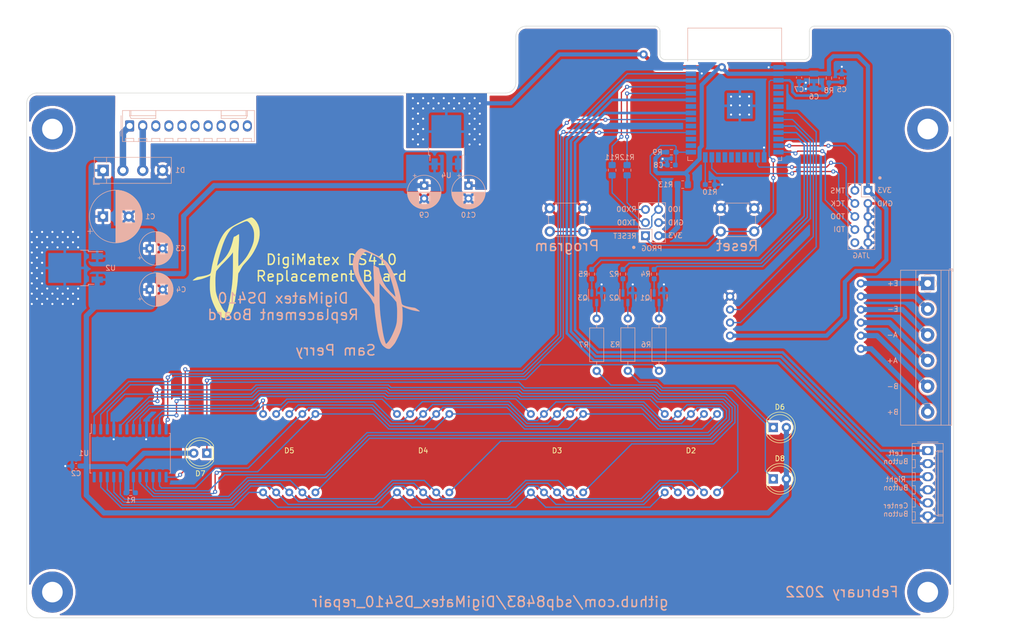
<source format=kicad_pcb>
(kicad_pcb (version 20211014) (generator pcbnew)
  (title_block (title "DigiMatex DS410 Scale Replacement Main Board") (date "2022-02-26") (rev "A") (company "erry Leumas"))
  (layers (0 "F.Cu" signal) (31 "B.Cu" signal) (34 "B.Paste" user) (35 "F.Paste" user) (36 "B.SilkS" user "B.Silkscreen") (37 "F.SilkS" user "F.Silkscreen") (38 "B.Mask" user) (39 "F.Mask" user) (44 "Edge.Cuts" user))
  (net 0 "")
  (net 1 "+5V")
  (net 2 "GND")
  (net 3 "/E+")
  (net 4 "/E-")
  (net 5 "/A-")
  (net 6 "/A+")
  (net 7 "/B-")
  (net 8 "/B+")
  (net 9 "+3V3")
  (net 10 "/WiFi_LED")
  (net 11 "/10VAC_L")
  (net 12 "/10VAC_N")
  (net 13 "/D")
  (net 14 "/DP")
  (net 15 "/E")
  (net 16 "/C")
  (net 17 "/0")
  (net 18 "/B")
  (net 19 "/A")
  (net 20 "/F")
  (net 21 "/G")
  (net 22 "/1")
  (net 23 "/2")
  (net 24 "/3")
  (net 25 "/4")
  (net 26 "/5")
  (net 27 "/6")
  (net 28 "/7")
  (net 29 "Net-(D6-Pad1)")
  (net 38 "Net-(J3-Pad2)")
  (net 39 "Net-(Q1-Pad3)")
  (net 40 "Net-(R1-Pad2)")
  (net 42 "/lbs_LED")
  (net 43 "/kg_LED")
  (net 44 "/b_display")
  (net 45 "/b_unit")
  (net 46 "/b_tare")
  (net 47 "Net-(D7-Pad1)")
  (net 48 "Net-(D8-Pad1)")
  (net 49 "Net-(Q2-Pad3)")
  (net 50 "Net-(Q3-Pad3)")
  (net 51 "Net-(C1-Pad1)")
  (net 52 "/SCALE_SCK")
  (net 53 "/SCALE_DT")
  (net 54 "/EN")
  (net 55 "/IO0")
  (net 56 "/ESP_TMS")
  (net 57 "/ESP_TCK")
  (net 58 "/ESP_TDO")
  (net 59 "/ESP_TDI")
  (net 61 "Net-(J3-Pad3)")
  (net 62 "Net-(J3-Pad5)")
  (net 63 "Net-(Q1-Pad1)")
  (net 64 "Net-(Q2-Pad1)")
  (net 65 "Net-(Q3-Pad1)")
  (net 66 "/IO2")
  (net 67 "/TXD0")
  (net 68 "/RXD0")
  (net 69 "/7SEG_MOSI")
  (net 70 "/7SEG_CS")
  (net 71 "/7SEG_CLK")
  (footprint "pl_display:SN440502N" (layer "F.Cu") (at 127 120)
    (fp_text reference "D4")
    (fp_text value "SN440502N")
  )
  (footprint "LED_THT:LED_D5.0mm" (layer "F.Cu") (at 195 125)
    (fp_text reference "D8")
    (fp_text value "kg")
  )
  (footprint "LED_THT:LED_D5.0mm" (layer "F.Cu") (at 195 115)
    (fp_text reference "D6")
    (fp_text value "lbs")
  )
  (footprint "LED_THT:LED_D5.0mm" (layer "F.Cu") (at 85 120 180)
    (fp_text reference "D7")
    (fp_text value "WiFi")
  )
  (footprint "pl_display:SN440502N" (layer "F.Cu") (at 101 120)
    (fp_text reference "D5")
    (fp_text value "SN440502N")
  )
  (footprint "MountingHole:MountingHole_4mm_Pad" (layer "F.Cu") (at 55 57)
    (fp_text reference "H1" hide)
    (fp_text value "MountingHole")
  )
  (footprint "pl_display:SN440502N" (layer "F.Cu") (at 179 120)
    (fp_text reference "D2")
    (fp_text value "SN440502N")
  )
  (footprint "pl_display:SN440502N" (layer "F.Cu") (at 153 120)
    (fp_text reference "D3")
    (fp_text value "SN440502N")
  )
  (footprint "MountingHole:MountingHole_4mm_Pad" (layer "F.Cu") (at 225 147)
    (fp_text reference "H3" hide)
    (fp_text value "MountingHole")
  )
  (footprint "MountingHole:MountingHole_4mm_Pad" (layer "F.Cu") (at 55 147)
    (fp_text reference "H2" hide)
    (fp_text value "MountingHole")
  )
  (footprint "pl_logo:logo_height_20mm" (layer "F.Cu") (at 88.7 84)
    (fp_text reference "G***" hide)
    (fp_text value "LOGO" hide)
  )
  (footprint "MountingHole:MountingHole_4mm_Pad" (layer "F.Cu") (at 225 57)
    (fp_text reference "H4" hide)
    (fp_text value "MountingHole")
  )
  (footprint "TerminalBlock_Phoenix:TerminalBlock_Phoenix_MKDS-1,5-6_1x06_P5.00mm_Horizontal" (layer "B.Cu") (at 224.975 87 -90)
    (fp_text reference "J5" hide)
    (fp_text value "SCALE")
  )
  (footprint "Diode_THT:Diode_Bridge_Vishay_KBPM" (layer "B.Cu") (at 64.85 65.0375)
    (fp_text reference "D1")
    (fp_text value "KBP10G")
  )
  (footprint "Resistor_SMD:R_0603_1608Metric_Pad0.98x0.95mm_HandSolder" (layer "B.Cu") (at 171.85 85.2 90)
    (fp_text reference "R4")
    (fp_text value "4k7")
  )
  (footprint "Resistor_SMD:R_0603_1608Metric_Pad0.98x0.95mm_HandSolder" (layer "B.Cu") (at 175.2 61.5)
    (fp_text reference "R9")
    (fp_text value "4k7")
  )
  (footprint "Resistor_SMD:R_0603_1608Metric_Pad0.98x0.95mm_HandSolder" (layer "B.Cu") (at 182.7 67.8)
    (fp_text reference "R10")
    (fp_text value "4k7")
  )
  (footprint "Resistor_SMD:R_0603_1608Metric_Pad0.98x0.95mm_HandSolder" (layer "B.Cu") (at 165.8 85.2 90)
    (fp_text reference "R2")
    (fp_text value "4k7")
  )
  (footprint "pl_scale:HX711_module" (layer "B.Cu") (at 199.3 87 180)
    (fp_text reference "A2" hide)
    (fp_text value "HX711_module")
  )
  (footprint "Connector_Molex:Molex_KK-254_AE-6410-06A_1x06_P2.54mm_Vertical" (layer "B.Cu") (at 225 119.5 -90)
    (fp_text reference "J4" hide)
    (fp_text value "Buttons")
  )
  (footprint "Capacitor_SMD:C_0603_1608Metric" (layer "B.Cu") (at 175.2 64)
    (fp_text reference "C8")
    (fp_text value "100n")
  )
  (footprint "Resistor_THT:R_Axial_DIN0207_L6.3mm_D2.5mm_P10.16mm_Horizontal" (layer "B.Cu") (at 172.8 93.82 -90)
    (fp_text reference "R6")
    (fp_text value "470")
  )
  (footprint "Capacitor_THT:CP_Radial_D6.3mm_P2.50mm" (layer "B.Cu") (at 127.2 68 -90)
    (fp_text reference "C9")
    (fp_text value "10u")
  )
  (footprint "Capacitor_THT:CP_Radial_D6.3mm_P2.50mm" (layer "B.Cu") (at 135.8 68 -90)
    (fp_text reference "C10")
    (fp_text value "10u")
  )
  (footprint "Connector_PinHeader_2.54mm:PinHeader_2x03_P2.54mm_Vertical" (layer "B.Cu") (at 170.175 77.725)
    (fp_text reference "J3" hide)
    (fp_text value "PROG")
  )
  (footprint "Package_TO_SOT_SMD:TO-252-2" (layer "B.Cu") (at 131.5 59.6 90)
    (fp_text reference "U4")
    (fp_text value "NCP1117DT33G")
  )
  (footprint "Resistor_SMD:R_0805_2012Metric_Pad1.20x1.40mm_HandSolder" (layer "B.Cu") (at 163.7 65 -90)
    (fp_text reference "R11")
    (fp_text value "0")
  )
  (footprint "Package_SO:SOIC-24W_7.5x15.4mm_P1.27mm" (layer "B.Cu") (at 70.1 120 -90)
    (fp_text reference "U1")
    (fp_text value "MAX7219")
  )
  (footprint "Package_TO_SOT_SMD:SOT-23" (layer "B.Cu") (at 172.8 89.8 -90)
    (fp_text reference "Q1")
    (fp_text value "MMBT3904")
  )
  (footprint "Resistor_SMD:R_0603_1608Metric_Pad0.98x0.95mm_HandSolder" (layer "B.Cu") (at 70.2 127.7)
    (fp_text reference "R1")
    (fp_text value "10k")
  )
  (footprint "Resistor_SMD:R_0805_2012Metric_Pad1.20x1.40mm_HandSolder" (layer "B.Cu") (at 166.6 65 -90)
    (fp_text reference "R12")
    (fp_text value "0")
  )
  (footprint "RF_Module:ESP32-WROOM-32" (layer "B.Cu") (at 187.5 53.25 180)
    (fp_text reference "U3" hide)
    (fp_text value "ESP32-WROOM-32E")
  )
  (footprint "Package_TO_SOT_SMD:TO-252-2" (layer "B.Cu") (at 59.5 84 180)
    (fp_text reference "U2")
    (fp_text value "L7805CDT-TR")
  )
  (footprint "Resistor_THT:R_Axial_DIN0207_L6.3mm_D2.5mm_P10.16mm_Horizontal" (layer "B.Cu") (at 166.75 93.82 -90)
    (fp_text reference "R3")
    (fp_text value "470")
  )
  (footprint "Resistor_SMD:R_0603_1608Metric_Pad0.98x0.95mm_HandSolder" (layer "B.Cu") (at 159.75 85.2 90)
    (fp_text reference "R5")
    (fp_text value "4k7")
  )
  (footprint "Capacitor_SMD:C_0603_1608Metric" (layer "B.Cu") (at 208.3 47.1 -90)
    (fp_text reference "C5")
    (fp_text value "100n")
  )
  (footprint "Button_Switch_THT:SW_PUSH_6mm" (layer "B.Cu") (at 151.6 76.9)
    (fp_text reference "SW2" hide)
    (fp_text value "SW_Push")
  )
  (footprint "Capacitor_THT:CP_Radial_D6.3mm_P2.50mm" (layer "B.Cu") (at 73.892621 80.2)
    (fp_text reference "C3")
    (fp_text value "0.33u")
  )
  (footprint "Package_TO_SOT_SMD:SOT-23" (layer "B.Cu") (at 166.75 89.8 -90)
    (fp_text reference "Q2")
    (fp_text value "MMBT3904")
  )
  (footprint "Capacitor_THT:CP_Radial_D6.3mm_P2.50mm" (layer "B.Cu") (at 73.917621 88.2)
    (fp_text reference "C4")
    (fp_text value "0.1u")
  )
  (footprint "Capacitor_SMD:C_0603_1608Metric" (layer "B.Cu") (at 200 47 90)
    (fp_text reference "C7")
    (fp_text value "100n")
  )
  (footprint "Capacitor_THT:CP_Radial_D10.0mm_P5.00mm" (layer "B.Cu") (at 64.814823 74)
    (fp_text reference "C1")
    (fp_text value "470u")
  )
  (footprint "Button_Switch_THT:SW_PUSH_6mm" (layer "B.Cu") (at 184.8 76.9)
    (fp_text reference "SW1" hide)
    (fp_text value "SW_Push")
  )
  (footprint "Connector_Molex:Molex_KK-254_AE-6410-10A_1x10_P2.54mm_Vertical" (layer "B.Cu") (at 70 56.4)
    (fp_text reference "J1" hide)
    (fp_text value "POWER")
  )
  (footprint "Connector_PinHeader_2.54mm:PinHeader_2x05_P2.54mm_Vertical" (layer "B.Cu") (at 213.375 68.925 180)
    (fp_text reference "J2" hide)
    (fp_text value "JTAG")
  )
  (footprint "pl_logo:logo_height_20mm" (layer "B.Cu") (at 119.9 90 180)
    (fp_text reference "G***" hide)
    (fp_text value "LOGO" hide)
  )
  (footprint "Resistor_THT:R_Axial_DIN0207_L6.3mm_D2.5mm_P10.16mm_Horizontal" (layer "B.Cu") (at 160.7 93.85 -90)
    (fp_text reference "R7")
    (fp_text value "470")
  )
  (footprint "Resistor_SMD:R_0603_1608Metric_Pad0.98x0.95mm_HandSolder" (layer "B.Cu") (at 205.8 47.1 -90)
    (fp_text reference "R8")
    (fp_text value "10k")
  )
  (footprint "Package_TO_SOT_SMD:SOT-23" (layer "B.Cu") (at 160.7 89.8 -90)
    (fp_text reference "Q3")
    (fp_text value "MMBT3904")
  )
  (footprint "Resistor_SMD:R_0805_2012Metric_Pad1.20x1.40mm_HandSolder" (layer "B.Cu") (at 177.4 67.8)
    (fp_text reference "R13")
    (fp_text value "0")
  )
  (footprint "Capacitor_SMD:C_1206_3216Metric" (layer "B.Cu") (at 202.9 47.7 -90)
    (fp_text reference "C6")
    (fp_text value "22u")
  )
  (footprint "Capacitor_SMD:C_0603_1608Metric" (layer "B.Cu") (at 59.6 122.5)
    (fp_text reference "C2")
    (fp_text value "100n")
  )
  (gr_circle (center 215.7 66.5) (end 215.95 66.5) (layer "B.SilkS") (width 0.15) (fill solid))
  (gr_circle (center 167.9 80) (end 168.15 80) (layer "B.SilkS") (width 0.15) (fill solid))
  (gr_line (start 230 150) (end 230 39) (layer "Edge.Cuts") (width 0.1))
  (gr_line (start 145 39) (end 145 48) (layer "Edge.Cuts") (width 0.1))
  (gr_line (start 201 43.5) (end 174 43.5) (layer "Edge.Cuts") (width 0.1))
  (gr_line (start 202 38) (end 202 42.5) (layer "Edge.Cuts") (width 0.1))
  (gr_line (start 147 37) (end 172 37) (layer "Edge.Cuts") (width 0.1))
  (gr_arc (start 172 37) (mid 172.707107 37.292893) (end 173 38) (layer "Edge.Cuts") (width 0.1))
  (gr_arc (start 202 42.5) (mid 201.707107 43.207107) (end 201 43.5) (layer "Edge.Cuts") (width 0.1))
  (gr_arc (start 145 48) (mid 144.414214 49.414214) (end 143 50) (layer "Edge.Cuts") (width 0.1))
  (gr_line (start 143 50) (end 52 50) (layer "Edge.Cuts") (width 0.1))
  (gr_arc (start 145 39) (mid 145.585786 37.585786) (end 147 37) (layer "Edge.Cuts") (width 0.1))
  (gr_arc (start 174 43.5) (mid 173.292893 43.207107) (end 173 42.5) (layer "Edge.Cuts") (width 0.1))
  (gr_line (start 173 42.5) (end 173 38) (layer "Edge.Cuts") (width 0.1))
  (gr_arc (start 52 152) (mid 50.585786 151.414214) (end 50 150) (layer "Edge.Cuts") (width 0.1))
  (gr_arc (start 50 52) (mid 50.585786 50.585786) (end 52 50) (layer "Edge.Cuts") (width 0.1))
  (gr_line (start 52 152) (end 228 152) (layer "Edge.Cuts") (width 0.1))
  (gr_line (start 228 37) (end 203 37) (layer "Edge.Cuts") (width 0.1))
  (gr_arc (start 228 37) (mid 229.414214 37.585786) (end 230 39) (layer "Edge.Cuts") (width 0.1))
  (gr_arc (start 230 150) (mid 229.414214 151.414214) (end 228 152) (layer "Edge.Cuts") (width 0.1))
  (gr_line (start 50 52) (end 50 150) (layer "Edge.Cuts") (width 0.1))
  (gr_arc (start 202 38) (mid 202.292893 37.292893) (end 203 37) (layer "Edge.Cuts") (width 0.1))
  (gr_text "GND" (at 216.7 71.5) (layer "B.SilkS") (effects (font (size 1 1)) (justify mirror)))
  (gr_text "PROG" (at 171.4 80.2) (layer "B.SilkS") (effects (font (size 1 1)) (justify mirror)))
  (gr_text "Right\nButton" (at 218.8 125.9) (layer "B.SilkS") (effects (font (size 1 1)) (justify mirror)))
  (gr_text "B-" (at 218.2 107) (layer "B.SilkS") (effects (font (size 1 1)) (justify mirror)))
  (gr_text "February 2022" (at 208.3 147) (layer "B.SilkS") (effects (font (size 2 2) (thickness 0.285714)) (justify mirror)))
  (gr_text "TCK" (at 207.5 71.5) (layer "B.SilkS") (effects (font (size 1 1)) (justify mirror)))
  (gr_text "3V3" (at 216.6 68.9) (layer "B.SilkS") (effects (font (size 1 1)) (justify mirror)))
  (gr_text "Sam Perry" (at 110 100) (layer "B.SilkS") (effects (font (size 2 2) (thickness 0.285714)) (justify mirror)))
  (gr_text "RESET" (at 166.175 77.8) (layer "B.SilkS") (effects (font (size 1 1)) (justify mirror)))
  (gr_text "TDO" (at 207.5 74) (layer "B.SilkS") (effects (font (size 1 1)) (justify mirror)))
  (gr_text "A-" (at 218.1 97) (layer "B.SilkS") (effects (font (size 1 1)) (justify mirror)))
  (gr_text "github.com/sdp8483/DigiMatex_DS410_repair" (at 140 148.9) (layer "B.SilkS") (effects (font (size 2 2) (thickness 0.285714)) (justify mirror)))
  (gr_text "B+" (at 218.2 112) (layer "B.SilkS") (effects (font (size 1 1)) (justify mirror)))
  (gr_text "IO0" (at 175.775 72.6) (layer "B.SilkS") (effects (font (size 1 1)) (justify mirror)))
  (gr_text "DigiMatex DS410\nReplacement Board" (at 99.8 91.5) (layer "B.SilkS") (effects (font (size 2 2) (thickness 0.285714)) (justify mirror)))
  (gr_text "TXD0" (at 166.475 75.2) (layer "B.SilkS") (effects (font (size 1 1)) (justify mirror)))
  (gr_text "Reset" (at 188 79.7) (layer "B.SilkS") (effects (font (size 2 2) (thickness 0.285714)) (justify mirror)))
  (gr_text "A+" (at 218.1 102) (layer "B.SilkS") (effects (font (size 1 1)) (justify mirror)))
  (gr_text "E+" (at 218.2 87) (layer "B.SilkS") (effects (font (size 1 1)) (justify mirror)))
  (gr_text "Program" (at 154.9 79.7) (layer "B.SilkS") (effects (font (size 2 2) (thickness 0.285714)) (justify mirror)))
  (gr_text "RXD0" (at 166.475 72.6) (layer "B.SilkS") (effects (font (size 1 1)) (justify mirror)))
  (gr_text "GND" (at 176.075 75.2) (layer "B.SilkS") (effects (font (size 1 1)) (justify mirror)))
  (gr_text "3V3" (at 175.975 77.7) (layer "B.SilkS") (effects (font (size 1 1)) (justify mirror)))
  (gr_text "TDI" (at 207.8 76.5) (layer "B.SilkS") (effects (font (size 1 1)) (justify mirror)))
  (gr_text "Center\nButton" (at 218.8 131) (layer "B.SilkS") (effects (font (size 1 1)) (justify mirror)))
  (gr_text "JTAG" (at 212.1 81.6) (layer "B.SilkS") (effects (font (size 1 1)) (justify mirror)))
  (gr_text "TMS" (at 207.5 69) (layer "B.SilkS") (effects (font (size 1 1)) (justify mirror)))
  (gr_text "Left\nButton" (at 218.8 120.8) (layer "B.SilkS") (effects (font (size 1 1)) (justify mirror)))
  (gr_text "E-" (at 218.2 92) (layer "B.SilkS") (effects (font (size 1 1)) (justify mirror)))
  (gr_text "DigiMatex DS410\nReplacement Board" (at 109.2 84) (layer "F.SilkS") (effects (font (size 2 2) (thickness 0.285714))))
  (segment (start 80.5 73.9) (end 80.5 85) (width 1) (layer "B.Cu") (net 1))
  (segment (start 61.6 93.3) (end 61.6 122.5) (width 1) (layer "B.Cu") (net 1))
  (segment (start 75 85.1) (end 73.917621 86.182379) (width 1) (layer "B.Cu") (net 1))
  (segment (start 69.465 123.315) (end 69.465 124.65) (width 1) (layer "B.Cu") (net 1))
  (segment (start 80.4 85.1) (end 75 85.1) (width 1) (layer "B.Cu") (net 1))
  (segment (start 82.46 120) (end 72.78 120) (width 1) (layer "B.Cu") (net 1))
  (segment (start 68.75 122.6) (end 61.7 122.6) (width 1) (layer "B.Cu") (net 1))
  (segment (start 65 131.6) (end 194 131.6) (width 1) (layer "B.Cu") (net 1))
  (segment (start 61.6 128.2) (end 65 131.6) (width 1) (layer "B.Cu") (net 1))
  (segment (start 86.4 68) (end 80.5 73.9) (width 1) (layer "B.Cu") (net 1))
  (segment (start 69.465 124.65) (end 69.465 127.66) (width 1) (layer "B.Cu") (net 1))
  (segment (start 197.54 128.06) (end 197.54 125) (width 1) (layer "B.Cu") (net 1))
  (segment (start 61.6 122.5) (end 61.6 128.2) (width 1) (layer "B.Cu") (net 1))
  (segment (start 68.75 122.6) (end 69.465 123.315) (width 1) (layer "B.Cu") (net 1))
  (segment (start 194 131.6) (end 197.54 128.06) (width 1) (layer "B.Cu") (net 1))
  (segment (start 60.375 122.5) (end 61.6 122.5) (width 1) (layer "B.Cu") (net 1))
  (segment (start 63.7 86.48) (end 63.7 91.2) (width 1) (layer "B.Cu") (net 1))
  (segment (start 197.54 115) (end 197.54 125) (width 1) (layer "B.Cu") (net 1))
  (segment (start 72.78 120) (end 69.465 123.315) (width 1) (layer "B.Cu") (net 1))
  (segment (start 127.2 68) (end 86.4 68) (width 1) (layer "B.Cu") (net 1))
  (segment (start 63.7 91.2) (end 61.6 93.3) (width 1) (layer "B.Cu") (net 1))
  (segment (start 69.465 127.66) (end 69.425 127.7) (width 1) (layer "B.Cu") (net 1))
  (segment (start 73.917621 86.182379) (end 73.917621 88.2) (width 1) (layer "B.Cu") (net 1))
  (segment (start 61.7 122.6) (end 61.6 122.5) (width 1) (layer "B.Cu") (net 1))
  (segment (start 80.5 85) (end 80.4 85.1) (width 1) (layer "B.Cu") (net 1))
  (via (at 52 90) (size 0.8) (drill 0.4) (layers "F.Cu" "B.Cu") (net 2))
  (via (at 53 83) (size 0.8) (drill 0.4) (layers "F.Cu" "B.Cu") (net 2))
  (via (at 52 84) (size 0.8) (drill 0.4) (layers "F.Cu" "B.Cu") (net 2))
  (via (at 194.1 45) (size 0.8) (drill 0.4) (layers "F.Cu" "B.Cu") (net 2))
  (via (at 53 87) (size 0.8) (drill 0.4) (layers "F.Cu" "B.Cu") (net 2))
  (via (at 58 88) (size 0.8) (drill 0.4) (layers "F.Cu" "B.Cu") (net 2))
  (via (at 54 78) (size 0.8) (drill 0.4) (layers "F.Cu" "B.Cu") (net 2))
  (via (at 56 88) (size 0.8) (drill 0.4) (layers "F.Cu" "B.Cu") (net 2))
  (via (at 57 89) (size 0.8) (drill 0.4) (layers "F.Cu" "B.Cu") (net 2))
  (via (at 190.3 54.2) (size 0.8) (drill 0.4) (layers "F.Cu" "B.Cu") (net 2))
  (via (at 201.3 49.2) (size 0.8) (drill 0.4) (layers "F.Cu" "B.Cu") (net 2))
  (via (at 53 77) (size 0.8) (drill 0.4) (layers "F.Cu" "B.Cu") (net 2))
  (via (at 60 88) (size 0.8) (drill 0.4) (layers "F.Cu" "B.Cu") (net 2))
  (via (at 173.75 87.2) (size 0.8) (drill 0.4) (layers "F.Cu" "B.Cu") (net 2))
  (via (at 193.2 60.6) (size 0.8) (drill 0.4) (layers "F.Cu" "B.Cu") (net 2))
  (via (at 56 80) (size 0.8) (drill 0.4) (layers "F.Cu" "B.Cu") (net 2))
  (via (at 60 78) (size 0.8) (drill 0.4) (layers "F.Cu" "B.Cu") (net 2))
  (via (at 51 81) (size 0.8) (drill 0.4) (layers "F.Cu" "B.Cu") (net 2))
  (via (at 53 85) (size 0.8) (drill 0.4) (layers "F.Cu" "B.Cu") (net 2))
  (via (at 55 77) (size 0.8) (drill 0.4) (layers "F.Cu" "B.Cu") (net 2))
  (via (at 190.3 52.4) (size 0.8) (drill 0.4) (layers "F.Cu" "B.Cu") (net 2))
  (via (at 59 91) (size 0.8) (drill 0.4) (layers "F.Cu" "B.Cu") (net 2))
  (via (at 55 89) (size 0.8) (drill 0.4) (layers "F.Cu" "B.Cu") (net 2))
  (via (at 186.8 50.7) (size 0.8) (drill 0.4) (layers "F.Cu" "B.Cu") (net 2))
  (via (at 51 87) (size 0.8) (drill 0.4) (layers "F.Cu" "B.Cu") (net 2))
  (via (at 53 91) (size 0.8) (drill 0.4) (layers "F.Cu" "B.Cu") (net 2))
  (via (at 59 77) (size 0.8) (drill 0.4) (layers "F.Cu" "B.Cu") (net 2))
  (via (at 53 81) (size 0.8) (drill 0.4) (layers "F.Cu" "B.Cu") (net 2))
  (via (at 55 91) (size 0.8) (drill 0.4) (layers "F.Cu" "B.Cu") (net 2))
  (via (at 54 88) (size 0.8) (drill 0.4) (layers "F.Cu" "B.Cu") (net 2))
  (via (at 52 88) (size 0.8) (drill 0.4) (layers "F.Cu" "B.Cu") (net 2))
  (via (at 60 90) (size 0.8) (drill 0.4) (layers "F.Cu" "B.Cu") (net 2))
  (via (at 52 86) (size 0.8) (drill 0.4) (layers "F.Cu" "B.Cu") (net 2))
  (via (at 52 82) (size 0.8) (drill 0.4) (layers "F.Cu" "B.Cu") (net 2))
  (via (at 51 85) (size 0.8) (drill 0.4) (layers "F.Cu" "B.Cu") (net 2))
  (via (at 52 80) (size 0.8) (drill 0.4) (layers "F.Cu" "B.Cu") (net 2))
  (via (at 56 78) (size 0.8) (drill 0.4) (layers "F.Cu" "B.Cu") (net 2))
  (via (at 54 80) (size 0.8) (drill 0.4) (layers "F.Cu" "B.Cu") (net 2))
  (via (at 73.2 117.3) (size 0.8) (drill 0.4) (layers "F.Cu" "B.Cu") (net 2))
  (via (at 188.5 50.7) (size 0.8) (drill 0.4) (layers "F.Cu" "B.Cu") (net 2))
  (via (at 188.5 54.2) (size 0.8) (drill 0.4) (layers "F.Cu" "B.Cu") (net 2))
  (via (at 51 91) (size 0.8) (drill 0.4) (layers "F.Cu" "B.Cu") (net 2))
  (via (at 66.9 117.3) (size 0.8) (drill 0.4) (layers "F.Cu" "B.Cu") (net 2))
  (via (at 208.3 44.9) (size 0.8) (drill 0.4) (layers "F.Cu" "B.Cu") (net 2))
  (via (at 51 77) (size 0.8) (drill 0.4) (layers "F.Cu" "B.Cu") (net 2))
  (via (at 57 91) (size 0.8) (drill 0.4) (layers "F.Cu" "B.Cu") (net 2))
  (via (at 201.3 48) (size 0.8) (drill 0.4) (layers "F.Cu" "B.Cu") (net 2))
  (via (at 167.7 87.2) (size 0.8) (drill 0.4) (layers "F.Cu" "B.Cu") (net 2))
  (via (at 55 79) (size 0.8) (drill 0.4) (layers "F.Cu" "B.Cu") (net 2))
  (via (at 185.1 67.8) (size 0.8) (drill 0.4) (layers "F.Cu" "B.Cu") (net 2))
  (via (at 60 80) (size 0.8) (drill 0.4) (layers "F.Cu" "B.Cu") (net 2))
  (via (at 53 89) (size 0.8) (drill 0.4) (layers "F.Cu" "B.Cu") (net 2))
  (via (at 59 79) (size 0.8) (drill 0.4) (layers "F.Cu" "B.Cu") (net 2))
  (via (at 58 78) (size 0.8) (drill 0.4) (layers "F.Cu" "B.Cu") (net 2))
  (via (at 51 79) (size 0.8) (drill 0.4) (layers "F.Cu" "B.Cu") (net 2))
  (via (at 181.1 46.2) (size 0.8) (drill 0.4) (layers "F.Cu" "B.Cu") (net 2))
  (via (at 59 89) (size 0.8) (drill 0.4) (layers "F.Cu" "B.Cu") (net 2))
  (via (at 186.8 54.2) (size 0.8) (drill 0.4) (layers "F.Cu" "B.Cu") (net 2))
  (via (at 57 77) (size 0.8) (drill 0.4) (layers "F.Cu" "B.Cu") (net 2))
  (via (at 54 90) (size 0.8) (drill 0.4) (layers "F.Cu" "B.Cu") (net 2))
  (via (at 186.8 52.4) (size 0.8) (drill 0.4) (layers "F.Cu" "B.Cu") (net 2))
  (via (at 190.3 50.7) (size 0.8) (drill 0.4) (layers "F.Cu" "B.Cu") (net 2))
  (via (at 51 83) (size 0.8) (drill 0.4) (layers "F.Cu" "B.Cu") (net 2))
  (via (at 53 79) (size 0.8) (drill 0.4) (layers "F.Cu" "B.Cu") (net 2))
  (via (at 57.5 122.5) (size 0.8) (drill 0.4) (layers "F.Cu" "B.Cu") (net 2))
  (via (at 161.65 87.2) (size 0.8) (drill 0.4) (layers "F.Cu" "B.Cu") (net 2))
  (via (at 56 90) (size 0.8) (drill 0.4) (layers "F.Cu" "B.Cu") (net 2))
  (via (at 52 78) (size 0.8) (drill 0.4) (layers "F.Cu" "B.Cu") (net 2))
  (via (at 57 79) (size 0.8) (drill 0.4) (layers "F.Cu" "B.Cu") (net 2))
  (via (at 188.5 52.4) (size 0.8) (drill 0.4) (layers "F.Cu" "B.Cu") (net 2))
  (via (at 173.5 62.8) (size 0.8) (drill 0.4) (layers "F.Cu" "B.Cu") (net 2))
  (via (at 58 80) (size 0.8) (drill 0.4) (layers "F.Cu" "B.Cu") (net 2))
  (via (at 51 89) (size 0.8) (drill 0.4) (layers "F.Cu" "B.Cu") (net 2))
  (via (at 58 90) (size 0.8) (drill 0.4) (layers "F.Cu" "B.Cu") (net 2))
  (segment (start 58.825 122.5) (end 57.5 122.5) (width 0.25) (layer "B.Cu") (net 2))
  (segment (start 66.925 117.275) (end 66.9 117.3) (width 0.25) (layer "B.Cu") (net 2))
  (segment (start 167.7 88.8625) (end 167.7 87.2) (width 0.25) (layer "B.Cu") (net 2))
  (segment (start 179.895 44.995) (end 181.1 46.2) (width 0.25) (layer "B.Cu") (net 2))
  (segment (start 179 44.995) (end 179.895 44.995) (width 0.25) (layer "B.Cu") (net 2))
  (segment (start 174.425 63.725) (end 173.5 62.8) (width 0.25) (layer "B.Cu") (net 2))
  (segment (start 161.65 88.8625) (end 161.65 87.2) (width 0.25) (layer "B.Cu") (net 2))
  (segment (start 193.215 60.615) (end 193.2 60.6) (width 0.25) (layer "B.Cu") (net 2))
  (segment (start 173.75 88.8625) (end 173.75 87.2) (width 0.25) (layer "B.Cu") (net 2))
  (segment (start 194.105 44.995) (end 194.1 45) (width 0.25) (layer "B.Cu") (net 2))
  (segment (start 66.925 115.35) (end 66.925 117.275) (width 0.25) (layer "B.Cu") (net 2))
  (segment (start 196 44.995) (end 194.105 44.995) (width 0.25) (layer "B.Cu") (net 2))
  (segment (start 193.215 62.505) (end 193.215 60.615) (width 0.25) (layer "B.Cu") (net 2))
  (segment (start 73.275 117.225) (end 73.2 117.3) (width 0.25) (layer "B.Cu") (net 2))
  (segment (start 183.6125 67.8) (end 185.1 67.8) (width 0.25) (layer "B.Cu") (net 2))
  (segment (start 208.3 46.325) (end 208.3 44.9) (width 0.25) (layer "B.Cu") (net 2))
  (segment (start 174.425 64) (end 174.425 63.725) (width 0.25) (layer "B.Cu") (net 2))
  (segment (start 73.275 115.35) (end 73.275 117.225) (width 0.25) (layer "B.Cu") (net 2))
  (segment (start 212 87) (end 224.975 87) (width 1) (layer "B.Cu") (net 3))
  (segment (start 222.515 89.54) (end 224.975 92) (width 1) (layer "B.Cu") (net 4))
  (segment (start 212 89.54) (end 222.515 89.54) (width 1) (layer "B.Cu") (net 4))
  (segment (start 220.055 92.08) (end 224.975 97) (width 1) (layer "B.Cu") (net 5))
  (segment (start 212 92.08) (end 220.055 92.08) (width 1) (layer "B.Cu") (net 5))
  (segment (start 212 94.62) (end 217.595 94.62) (width 1) (layer "B.Cu") (net 6))
  (segment (start 217.595 94.62) (end 224.975 102) (width 1) (layer "B.Cu") (net 6))
  (segment (start 212 97.16) (end 215.135 97.16) (width 1) (layer "B.Cu") (net 7))
  (segment (start 215.135 97.16) (end 224.975 107) (width 1) (layer "B.Cu") (net 7))
  (segment (start 224.975 110.675) (end 224.975 112) (width 1) (layer "B.Cu") (net 8))
  (segment (start 212 99.7) (end 214 99.7) (width 1) (layer "B.Cu") (net 8))
  (segment (start 214 99.7) (end 224.975 110.675) (width 1) (layer "B.Cu") (net 8))
  (segment (start 185 45) (end 172.3 45) (width 0.8) (layer "F.Cu") (net 9))
  (segment (start 172.3 45) (end 169.8 42.5) (width 0.8) (layer "F.Cu") (net 9))
  (via (at 127 55) (size 0.8) (drill 0.4) (layers "F.Cu" "B.Cu") (net 9))
  (via (at 136 52) (size 0.8) (drill 0.4) (layers "F.Cu" "B.Cu") (net 9))
  (via (at 125 53) (size 0.8) (drill 0.4) (layers "F.Cu" "B.Cu") (net 9))
  (via (at 135 53) (size 0.8) (drill 0.4) (layers "F.Cu" "B.Cu") (net 9))
  (via (at 132 52) (size 0.8) (drill 0.4) (layers "F.Cu" "B.Cu") (net 9))
  (via (at 126 54) (size 0.8) (drill 0.4) (layers "F.Cu" "B.Cu") (net 9))
  (via (at 125 57) (size 0.8) (drill 0.4) (layers "F.Cu" "B.Cu") (net 9))
  (via (at 137 55) (size 0.8) (drill 0.4) (layers "F.Cu" "B.Cu") (net 9))
  (via (at 127 53) (size 0.8) (drill 0.4) (layers "F.Cu" "B.Cu") (net 9))
  (via (at 137 59) (size 0.8) (drill 0.4) (layers "F.Cu" "B.Cu") (net 9))
  (via (at 138 58) (size 0.8) (drill 0.4) (layers "F.Cu" "B.Cu") (net 9))
  (via (at 129 53) (size 0.8) (drill 0.4) (layers "F.Cu" "B.Cu") (net 9))
  (via (at 126 58) (size 0.8) (drill 0.4) (layers "F.Cu" "B.Cu") (net 9))
  (via (at 127 59) (size 0.8) (drill 0.4) (layers "F.Cu" "B.Cu") (net 9))
  (via (at 138 56) (size 0.8) (drill 0.4) (layers "F.Cu" "B.Cu") (net 9))
  (via (at 136 56) (size 0.8) (drill 0.4) (layers "F.Cu" "B.Cu") (net 9))
  (via (at 135 51) (size 0.8) (drill 0.4) (layers "F.Cu" "B.Cu") (net 9))
  (via (at 138 52) (size 0.8) (drill 0.4) (layers "F.Cu" "B.Cu") (net 9))
  (via (at 185 45) (size 1.6) (drill 0.8) (layers "F.Cu" "B.Cu") (net 9))
  (via (at 138 54) (size 0.8) (drill 0.4) (layers "F.Cu" "B.Cu") (net 9))
  (via (at 125 55) (size 0.8) (drill 0.4) (layers "F.Cu" "B.Cu") (net 9))
  (via (at 133 53) (size 0.8) (drill 0.4) (layers "F.Cu" "B.Cu") (net 9))
  (via (at 137 53) (size 0.8) (drill 0.4) (layers "F.Cu" "B.Cu") (net 9))
  (via (at 128 52) (size 0.8) (drill 0.4) (layers "F.Cu" "B.Cu") (net 9))
  (via (at 137 57) (size 0.8) (drill 0.4) (layers "F.Cu" "B.Cu") (net 9))
  (via (at 125 59) (size 0.8) (drill 0.4) (layers "F.Cu" "B.Cu") (net 9))
  (via (at 126 52) (size 0.8) (drill 0.4) (layers "F.Cu" "B.Cu") (net 9))
  (via (at 136 60) (size 0.8) (drill 0.4) (layers "F.Cu" "B.Cu") (net 9))
  (via (at 137 51) (size 0.8) (drill 0.4) (layers "F.Cu" "B.Cu") (net 9))
  (via (at 126 60) (size 0.8) (drill 0.4) (layers "F.Cu" "B.Cu") (net 9))
  (via (at 134 52) (size 0.8) (drill 0.4) (layers "F.Cu" "B.Cu") (net 9))
  (via (at 136 54) (size 0.8) (drill 0.4) (layers "F.Cu" "B.Cu") (net 9))
  (via (at 127 57) (size 0.8) (drill 0.4) (layers "F.Cu" "B.Cu") (net 9))
  (via (at 125 51) (size 0.8) (drill 0.4) (layers "F.Cu" "B.Cu") (net 9))
  (via (at 131 53) (size 0.8) (drill 0.4) (layers "F.Cu" "B.Cu") (net 9))
  (via (at 169.8 42.5) (size 1.6) (drill 0.8) (layers "F.Cu" "B.Cu") (net 9))
  (via (at 127 51) (size 0.8) (drill 0.4) (layers "F.Cu" "B.Cu") (net 9))
  (via (at 131 51) (size 0.8) (drill 0.4) (layers "F.Cu" "B.Cu") (net 9))
  (via (at 133 51) (size 0.8) (drill 0.4) (layers "F.Cu" "B.Cu") (net 9))
  (via (at 138 60) (size 0.8) (drill 0.4) (layers "F.Cu" "B.Cu") (net 9))
  (via (at 130 52) (size 0.8) (drill 0.4) (layers "F.Cu" "B.Cu") (net 9))
  (via (at 129 51) (size 0.8) (drill 0.4) (layers "F.Cu" "B.Cu") (net 9))
  (via (at 136 58) (size 0.8) (drill 0.4) (layers "F.Cu" "B.Cu") (net 9))
  (via (at 126 56) (size 0.8) (drill 0.4) (layers "F.Cu" "B.Cu") (net 9))
  (segment (start 208.9 93.6) (end 208.9 86.7) (width 0.8) (layer "B.Cu") (net 9))
  (segment (start 172.1 65.2) (end 172.1 62.7) (width 0.8) (layer "B.Cu") (net 9))
  (segment (start 177.9 65.6) (end 172.5 65.6) (width 0.8) (layer "B.Cu") (net 9))
  (segment (start 172.1 62.7) (end 173.3 61.5) (width 0.8) (layer "B.Cu") (net 9))
  (segment (start 206.65 42.85) (end 205.8 43.7) (width 0.8) (layer "B.Cu") (net 9))
  (segment (start 181.1 48.4) (end 181.1 60.3) (width 0.8) (layer "B.Cu") (net 9))
  (segment (start 216.95 72.5) (end 213.375 68.925) (width 0.8) (layer "B.Cu") (net 9))
  (segment (start 216.95 82.45) (end 216.95 72.5) (width 0.8) (layer "B.Cu") (net 9))
  (segment (start 172.5 65.6) (end 172.1 65.2) (width 0.8) (layer "B.Cu") (net 9))
  (segment (start 208.9 86.7) (end 211 84.6) (width 0.8) (layer "B.Cu") (net 9))
  (segment (start 184.5 45) (end 181.1 48.4) (width 0.8) (layer "B.Cu") (net 9))
  (segment (start 173.3 61.5) (end 174.2875 61.5) (width 0.8) (layer "B.Cu") (net 9))
  (segment (start 178.4 67.8) (end 178.4 66.1) (width 0.8) (layer "B.Cu") (net 9))
  (segment (start 144 52) (end 153.5 42.5) (width 0.8) (layer "B.Cu") (net 9))
  (segment (start 178.4 66.1) (end 177.9 65.6) (width 0.8) (layer "B.Cu") (net 9))
  (segment (start 200 46.225) (end 196.04 46.225) (width 0.8) (layer "B.Cu") (net 9))
  (segment (start 196 46.265) (end 186.265 46.265) (width 0.8) (layer "B.Cu") (net 9))
  (segment (start 186.6 97.16) (end 205.34 97.16) (width 0.8) (layer "B.Cu") (net 9))
  (segment (start 205.34 97.16) (end 208.9 93.6) (width 0.8) (layer "B.Cu") (net 9))
  (segment (start 200 46.225) (end 202.9 46.225) (width 0.8) (layer "B.Cu") (net 9))
  (segment (start 213.375 44.775) (end 211.45 42.85) (width 0.8) (layer "B.Cu") (net 9))
  (segment (start 213.375 68.925) (end 213.375 44.775) (width 0.8) (layer "B.Cu") (net 9))
  (segment (start 186.265 46.265) (end 185 45) (width 0.8) (layer "B.Cu") (net 9))
  (segment (start 211.45 42.85) (end 206.65 42.85) (width 0.8) (layer "B.Cu") (net 9))
  (segment (start 138 52) (end 144 52) (width 0.8) (layer "B.Cu") (net 9))
  (segment (start 180.681489 62.818511) (end 177.9 65.6) (width 0.8) (layer "B.Cu") (net 9))
  (segment (start 185 45) (end 184.5 45) (width 0.8) (layer "B.Cu") (net 9))
  (segment (start 181.1 60.3) (end 180.681489 60.718511) (width 0.8) (layer "B.Cu") (net 9))
  (segment (start 153.5 42.5) (end 169.8 42.5) (width 0.8) (layer "B.Cu") (net 9))
  (segment (start 205.8 43.7) (end 205.8 46.1875) (width 0.8) (layer "B.Cu") (net 9))
  (segment (start 211 84.6) (end 214.8 84.6) (width 0.8) (layer "B.Cu") (net 9))
  (segment (start 202.9 46.225) (end 205.7 46.225) (width 0.8) (layer "B.Cu") (net 9))
  (segment (start 214.8 84.6) (end 216.95 82.45) (width 0.8) (layer "B.Cu") (net 9))
  (segment (start 180.681489 60.718511) (end 180.681489 62.818511) (width 0.8) (layer "B.Cu") (net 9))
  (segment (start 199.175 56.425) (end 196 56.425) (width 0.3) (layer "B.Cu") (net 10))
  (segment (start 171.85 84.2875) (end 172.4375 83.7) (width 0.3) (layer "B.Cu") (net 10))
  (segment (start 172.4375 83.7) (end 192.895672 83.7) (width 0.3) (layer "B.Cu") (net 10))
  (segment (start 202.199021 74.396651) (end 202.199021 59.449021) (width 0.3) (layer "B.Cu") (net 10))
  (segment (start 192.895672 83.7) (end 202.199021 74.396651) (width 0.3) (layer "B.Cu") (net 10))
  (segment (start 202.199021 59.449021) (end 199.175 56.425) (width 0.3) (layer "B.Cu") (net 10))
  (segment (start 68.7 65.0375) (end 68.7 57.7) (width 1.25) (layer "B.Cu") (net 11))
  (segment (start 68.7 57.7) (end 70 56.4) (width 1.25) (layer "B.Cu") (net 11))
  (segment (start 72.55 65.0375) (end 72.55 56.41) (width 1.25) (layer "B.Cu") (net 12))
  (segment (start 147.92 127.62) (end 150.8 130.5) (width 0.25) (layer "B.Cu") (net 13))
  (segment (start 95.92 127.62) (end 93.18 127.62) (width 0.25) (layer "B.Cu") (net 13))
  (segment (start 95.92 127.62) (end 98.8 130.5) (width 0.25) (layer "B.Cu") (net 13))
  (segment (start 145 130.5) (end 147.88 127.62) (width 0.25) (layer "B.Cu") (net 13))
  (segment (start 64.4 126.6) (end 64.4 124.665) (width 0.25) (layer "B.Cu") (net 13))
  (segment (start 93.18 127.62) (end 90.2 130.6) (width 0.25) (layer "B.Cu") (net 13))
  (segment (start 98.8 130.5) (end 119.04 130.5) (width 0.25) (layer "B.Cu") (net 13))
  (segment (start 119.04 130.5) (end 121.92 127.62) (width 0.25) (layer "B.Cu") (net 13))
  (segment (start 171.030069 130.5) (end 173.910069 127.62) (width 0.25) (layer "B.Cu") (net 13))
  (segment (start 150.8 130.5) (end 171.030069 130.5) (width 0.25) (layer "B.Cu") (net 13))
  (segment (start 124.8 130.5) (end 145 130.5) (width 0.25) (layer "B.Cu") (net 13))
  (segment (start 90.2 130.6) (end 68.4 130.6) (width 0.25) (layer "B.Cu") (net 13))
  (segment (start 68.4 130.6) (end 64.4 126.6) (width 0.25) (layer "B.Cu") (net 13))
  (segment (start 121.92 127.62) (end 124.8 130.5) (width 0.25) (layer "B.Cu") (net 13))
  (segment (start 97.238043 126.398043) (end 93.533334 126.398044) (width 0.25) (layer "B.Cu") (net 14))
  (segment (start 98.46 127.62) (end 100.790489 129.950489) (width 0.25) (layer "B.Cu") (net 14))
  (segment (start 126.790489 129.950489) (end 143.849511 129.950489) (width 0.25) (layer "B.Cu") (net 14))
  (segment (start 123.24 126.4) (end 124.46 127.62) (width 0.25) (layer "B.Cu") (net 14))
  (segment (start 124.46 127.62) (end 126.790489 129.950489) (width 0.25) (layer "B.Cu") (net 14))
  (segment (start 175.24 126.4) (end 176.46 127.62) (width 0.25) (layer "B.Cu") (net 14))
  (segment (start 65.655 127.077874) (end 65.655 124.65) (width 0.25) (layer "B.Cu") (net 14))
  (segment (start 121.454252 126.4) (end 123.24 126.4) (width 0.25) (layer "B.Cu") (net 14))
  (segment (start 68.627615 130.050489) (end 65.655 127.077874) (width 0.25) (layer "B.Cu") (net 14))
  (segment (start 100.790489 129.950489) (end 117.903763 129.950489) (width 0.25) (layer "B.Cu") (net 14))
  (segment (start 98.46 127.62) (end 97.238043 126.398043) (width 0.25) (layer "B.Cu") (net 14))
  (segment (start 152.790489 129.950489) (end 169.849511 129.950489) (width 0.25) (layer "B.Cu") (net 14))
  (segment (start 147.4 126.4) (end 149.24 126.4) (width 0.25) (layer "B.Cu") (net 14))
  (segment (start 150.46 127.62) (end 152.790489 129.950489) (width 0.25) (layer "B.Cu") (net 14))
  (segment (start 143.849511 129.950489) (end 147.4 126.4) (width 0.25) (layer "B.Cu") (net 14))
  (segment (start 173.4 126.4) (end 175.24 126.4) (width 0.25) (layer "B.Cu") (net 14))
  (segment (start 149.24 126.4) (end 150.46 127.62) (width 0.25) (layer "B.Cu") (net 14))
  (segment (start 89.880889 130.050488) (end 68.627615 130.050489) (width 0.25) (layer "B.Cu") (net 14))
  (segment (start 93.533334 126.398044) (end 89.880889 130.050488) (width 0.25) (layer "B.Cu") (net 14))
  (segment (start 117.903763 129.950489) (end 121.454252 126.4) (width 0.25) (layer "B.Cu") (net 14))
  (segment (start 169.849511 129.950489) (end 173.4 126.4) (width 0.25) (layer "B.Cu") (net 14))
  (segment (start 101 127.62) (end 99.228532 125.848532) (width 0.25) (layer "B.Cu") (net 15))
  (segment (start 68.855229 129.500977) (end 66.95 127.595748) (width 0.25) (layer "B.Cu") (net 15))
  (segment (start 154.780978 129.400978) (end 169.599022 129.400978) (width 0.25) (layer "B.Cu") (net 15))
  (segment (start 101 127.62) (end 102.780978 129.400978) (width 0.25) (layer "B.Cu") (net 15))
  (segment (start 153 127.62) (end 154.780978 129.400978) (width 0.25) (layer "B.Cu") (net 15))
  (segment (start 147.150489 125.849511) (end 151.229511 125.849511) (width 0.25) (layer "B.Cu") (net 15))
  (segment (start 66.95 127.595748) (end 66.95 124.675) (width 0.25) (layer "B.Cu") (net 15))
  (segment (start 117.676149 129.400977) (end 121.227615 125.849511) (width 0.25) (layer "B.Cu") (net 15))
  (segment (start 102.780978 129.400978) (end 117.676149 129.400977) (width 0.25) (layer "B.Cu") (net 15))
  (segment (start 177.229511 125.849511) (end 179 127.62) (width 0.25) (layer "B.Cu") (net 15))
  (segment (start 143.599022 129.400978) (end 147.150489 125.849511) (width 0.25) (layer "B.Cu") (net 15))
  (segment (start 128.780978 129.400978) (end 143.599022 129.400978) (width 0.25) (layer "B.Cu") (net 15))
  (segment (start 93.305719 125.848533) (end 89.653275 129.500977) (width 0.25) (layer "B.Cu") (net 15))
  (segment (start 89.653275 129.500977) (end 68.855229 129.500977) (width 0.25) (layer "B.Cu") (net 15))
  (segment (start 121.227615 125.849511) (end 125.229511 125.849511) (width 0.25) (layer "B.Cu") (net 15))
  (segment (start 173.150489 125.849511) (end 177.229511 125.849511) (width 0.25) (layer "B.Cu") (net 15))
  (segment (start 125.229511 125.849511) (end 127 127.62) (width 0.25) (layer "B.Cu") (net 15))
  (segment (start 169.599022 129.400978) (end 173.150489 125.849511) (width 0.25) (layer "B.Cu") (net 15))
  (segment (start 127 127.62) (end 128.780978 129.400978) (width 0.25) (layer "B.Cu") (net 15))
  (segment (start 99.228532 125.848532) (end 93.305719 125.848533) (width 0.25) (layer "B.Cu") (net 15))
  (segment (start 151.229511 125.849511) (end 153 127.62) (width 0.25) (layer "B.Cu") (net 15))
  (segment (start 89.427614 128.949511) (end 87.527615 128.949511) (width 0.25) (layer "B.Cu") (net 16))
  (segment (start 87.525659 128.951467) (end 69.082845 128.951467) (width 0.25) (layer "B.Cu") (net 16))
  (segment (start 127.22 125.3) (end 129.54 127.62) (width 0.25) (layer "B.Cu") (net 16))
  (segment (start 93.078104 125.299022) (end 89.427614 128.949511) (width 0.25) (layer "B.Cu") (net 16))
  (segment (start 156.771467 128.851467) (end 169.348533 128.851467) (width 0.25) (layer "B.Cu") (net 16))
  (segment (start 143.348533 128.851467) (end 146.9 125.3) (width 0.25) (layer "B.Cu") (net 16))
  (segment (start 153.22 125.3) (end 155.54 127.62) (width 0.25) (layer "B.Cu") (net 16))
  (segment (start 117.448533 128.851467) (end 121 125.3) (width 0.25) (layer "B.Cu") (net 16))
  (segment (start 172.9 125.3) (end 179.22 125.3) (width 0.25) (layer "B.Cu") (net 16))
  (segment (start 155.54 127.62) (end 156.771467 128.851467) (width 0.25) (layer "B.Cu") (net 16))
  (segment (start 103.54 127.62) (end 104.771467 128.851467) (width 0.25) (layer "B.Cu") (net 16))
  (segment (start 69.082845 128.951467) (end 68.195 128.063622) (width 0.25) (layer "B.Cu") (net 16))
  (segment (start 103.54 127.62) (end 101.219021 125.299021) (width 0.25) (layer "B.Cu") (net 16))
  (segment (start 146.9 125.3) (end 153.22 125.3) (width 0.25) (layer "B.Cu") (net 16))
  (segment (start 169.348533 128.851467) (end 172.9 125.3) (width 0.25) (layer "B.Cu") (net 16))
  (segment (start 130.771467 128.851467) (end 143.348533 128.851467) (width 0.25) (layer "B.Cu") (net 16))
  (segment (start 129.54 127.62) (end 130.771467 128.851467) (width 0.25) (layer "B.Cu") (net 16))
  (segment (start 179.22 125.3) (end 181.54 127.62) (width 0.25) (layer "B.Cu") (net 16))
  (segment (start 87.527615 128.949511) (end 87.525659 128.951467) (width 0.25) (layer "B.Cu") (net 16))
  (segment (start 101.219021 125.299021) (end 93.078104 125.299022) (width 0.25) (layer "B.Cu") (net 16))
  (segment (start 68.195 128.063622) (end 68.195 124.65) (width 0.25) (layer "B.Cu") (net 16))
  (segment (start 121 125.3) (end 127.22 125.3) (width 0.25) (layer "B.Cu") (net 16))
  (segment (start 104.771467 128.851467) (end 117.448533 128.851467) (width 0.25) (layer "B.Cu") (net 16))
  (segment (start 145.6 106.2) (end 146.699999 107.299999) (width 0.25) (layer "B.Cu") (net 17))
  (segment (start 172 107.3) (end 173.099999 108.399999) (width 0.25) (layer "B.Cu") (net 17))
  (segment (start 188.1 110.700001) (end 188.1 123.6) (width 0.25) (layer "B.Cu") (net 17))
  (segment (start 146.699999 107.299999) (end 172 107.3) (width 0.25) (layer "B.Cu") (net 17))
  (segment (start 85.844522 106.2) (end 145.6 106.2) (width 0.25) (layer "B.Cu") (net 17))
  (segment (start 173.099999 108.399999) (end 185.799999 108.400001) (width 0.25) (layer "B.Cu") (net 17))
  (segment (start 185.799999 108.400001) (end 188.1 110.700001) (width 0.25) (layer "B.Cu") (net 17))
  (segment (start 85.824501 106.223532) (end 85.824501 106.220021) (width 0.25) (layer "B.Cu") (net 17))
  (segment (start 188.1 123.6) (end 184.08 127.62) (width 0.25) (layer "B.Cu") (net 17))
  (segment (start 64.385 112.437875) (end 70.116363 106.706512) (width 0.25) (layer "B.Cu") (net 17))
  (segment (start 70.116363 106.706512) (end 85.341521 106.706512) (width 0.25) (layer "B.Cu") (net 17))
  (segment (start 85.341521 106.706512) (end 85.824501 106.223532) (width 0.25) (layer "B.Cu") (net 17))
  (segment (start 64.385 115.35) (end 64.385 112.437875) (width 0.25) (layer "B.Cu") (net 17))
  (segment (start 85.824501 106.220021) (end 85.844522 106.2) (width 0.25) (layer "B.Cu") (net 17))
  (segment (start 86.6 127.5) (end 86.6 124.11602) (width 0.25) (layer "F.Cu") (net 18))
  (segment (start 86.6 124.11602) (end 86.90801 123.80801) (width 0.25) (layer "F.Cu") (net 18))
  (via (at 86.6 127.5) (size 0.8) (drill 0.4) (layers "F.Cu" "B.Cu") (net 18))
  (via (at 86.90801 123.80801) (size 0.8) (drill 0.4) (layers "F.Cu" "B.Cu") (net 18))
  (segment (start 87.11602 123.6) (end 86.90801 123.80801) (width 0.25) (layer "B.Cu") (net 18))
  (segment (start 143.78 112.38) (end 146.7 115.3) (width 0.25) (layer "B.Cu") (net 18))
  (segment (start 73.275 124.65) (end 73.275 126.297874) (width 0.25) (layer "B.Cu") (net 18))
  (segment (start 146.7 115.3) (end 155.16 115.3) (width 0.25) (layer "B.Cu") (net 18))
  (segment (start 86.249511 127.850489) (end 86.6 127.5) (width 0.25) (layer "B.Cu") (net 18))
  (segment (start 158.08 112.38) (end 169.68 112.38) (width 0.25) (layer "B.Cu") (net 18))
  (segment (start 181.16 115.3) (end 184.08 112.38) (width 0.25) (layer "B.Cu") (net 18))
  (segment (start 74.827615 127.850489) (end 86.249511 127.850489) (width 0.25) (layer "B.Cu") (net 18))
  (segment (start 169.68 112.38) (end 172.6 115.3) (width 0.25) (layer "B.Cu") (net 18))
  (segment (start 155.16 115.3) (end 158.08 112.38) (width 0.25) (layer "B.Cu") (net 18))
  (segment (start 117.38 112.38) (end 120.3 115.3) (width 0.25) (layer "B.Cu") (net 18))
  (segment (start 132.08 112.38) (end 143.78 112.38) (width 0.25) (layer "B.Cu") (net 18))
  (segment (start 172.6 115.3) (end 181.16 115.3) (width 0.25) (layer "B.Cu") (net 18))
  (segment (start 106.08 112.38) (end 117.38 112.38) (width 0.25) (layer "B.Cu") (net 18))
  (segment (start 94.86 123.6) (end 87.11602 123.6) (width 0.25) (layer "B.Cu") (net 18))
  (segment (start 120.3 115.3) (end 129.16 115.3) (width 0.25) (layer "B.Cu") (net 18))
  (segment (start 106.08 112.38) (end 94.86 123.6) (width 0.25) (layer "B.Cu") (net 18))
  (segment (start 73.275 126.297874) (end 74.827615 127.850489) (width 0.25) (layer "B.Cu") (net 18))
  (segment (start 129.16 115.3) (end 132.08 112.38) (width 0.25) (layer "B.Cu") (net 18))
  (segment (start 106.519458 111.225597) (end 117.002724 111.225597) (width 0.25) (layer "B.Cu") (net 19))
  (segment (start 75.815 126.365) (end 76.201467 126.751467) (width 0.25) (layer "B.Cu") (net 19))
  (segment (start 129.54 112.38) (end 130.823915 111.096085) (width 0.25) (layer "B.Cu") (net 19))
  (segment (start 117.002724 111.225597) (end 120.527616 114.750489) (width 0.25) (layer "B.Cu") (net 19))
  (segment (start 104.726512 111.193488) (end 106.487349 111.193488) (width 0.25) (layer "B.Cu") (net 19))
  (segment (start 106.487349 111.193488) (end 106.519458 111.225597) (width 0.25) (layer "B.Cu") (net 19))
  (segment (start 120.527616 114.750489) (end 127.169511 114.750489) (width 0.25) (layer "B.Cu") (net 19))
  (segment (start 156.773426 111.146574) (end 169.346577 111.146577) (width 0.25) (layer "B.Cu") (net 19))
  (segment (start 76.201467 126.751467) (end 82.798533 126.751467) (width 0.25) (layer "B.Cu") (net 19))
  (segment (start 75.815 124.65) (end 75.815 126.365) (width 0.25) (layer "B.Cu") (net 19))
  (segment (start 86.65 122.9) (end 93.02 122.9) (width 0.25) (layer "B.Cu") (net 19))
  (segment (start 93.02 122.9) (end 103.54 112.38) (width 0.25) (layer "B.Cu") (net 19))
  (segment (start 82.798533 126.751467) (end 86.65 122.9) (width 0.25) (layer "B.Cu") (net 19))
  (segment (start 130.823915 111.096085) (end 143.273214 111.096088) (width 0.25) (layer "B.Cu") (net 19))
  (segment (start 172.950489 114.750489) (end 179.169511 114.750489) (width 0.25) (layer "B.Cu") (net 19))
  (segment (start 127.169511 114.750489) (end 129.54 112.38) (width 0.25) (layer "B.Cu") (net 19))
  (segment (start 143.273214 111.096088) (end 146.927617 114.750489) (width 0.25) (layer "B.Cu") (net 19))
  (segment (start 103.54 112.38) (end 104.726512 111.193488) (width 0.25) (layer "B.Cu") (net 19))
  (segment (start 169.346577 111.146577) (end 172.950489 114.750489) (width 0.25) (layer "B.Cu") (net 19))
  (segment (start 179.169511 114.750489) (end 181.54 112.38) (width 0.25) (layer "B.Cu") (net 19))
  (segment (start 155.54 112.38) (end 156.773426 111.146574) (width 0.25) (layer "B.Cu") (net 19))
  (segment (start 153.169511 114.750489) (end 155.54 112.38) (width 0.25) (layer "B.Cu") (net 19))
  (segment (start 146.927617 114.750489) (end 153.169511 114.750489) (width 0.25) (layer "B.Cu") (net 19))
  (segment (start 120.75523 114.200978) (end 125.179022 114.200978) (width 0.25) (layer "B.Cu") (net 20))
  (segment (start 125.179022 114.200978) (end 127 112.38) (width 0.25) (layer "B.Cu") (net 20))
  (segment (start 75.05523 127.300978) (end 74.545 126.790748) (width 0.25) (layer "B.Cu") (net 20))
  (segment (start 143.500829 110.546577) (end 147.155231 114.200978) (width 0.25) (layer "B.Cu") (net 20))
  (segment (start 184.547555 111.147555) (end 185.3 111.9) (width 0.25) (layer "B.Cu") (net 20))
  (segment (start 173.2 114.2) (end 177.18 114.2) (width 0.25) (layer "B.Cu") (net 20))
  (segment (start 154.782937 110.597063) (end 169.597066 110.597066) (width 0.25) (layer "B.Cu") (net 20))
  (segment (start 177.18 114.2) (end 179 112.38) (width 0.25) (layer "B.Cu") (net 20))
  (segment (start 74.545 126.790748) (end 74.545 124.65) (width 0.25) (layer "B.Cu") (net 20))
  (segment (start 151.179022 114.200978) (end 153 112.38) (width 0.25) (layer "B.Cu") (net 20))
  (segment (start 147.155231 114.200978) (end 151.179022 114.200978) (width 0.25) (layer "B.Cu") (net 20))
  (segment (start 107.9 124.2) (end 88.5 124.2) (width 0.25) (layer "B.Cu") (net 20))
  (segment (start 185.3 113) (end 182.298044 116.001956) (width 0.25) (layer "B.Cu") (net 20))
  (segment (start 182.298044 116.001956) (end 116.098044 116.001956) (width 0.25) (layer "B.Cu") (net 20))
  (segment (start 85.399022 127.300978) (end 75.05523 127.300978) (width 0.25) (layer "B.Cu") (net 20))
  (segment (start 88.5 124.2) (end 85.399022 127.300978) (width 0.25) (layer "B.Cu") (net 20))
  (segment (start 153 112.38) (end 154.782937 110.597063) (width 0.25) (layer "B.Cu") (net 20))
  (segment (start 101 112.38) (end 102.749944 110.630056) (width 0.25) (layer "B.Cu") (net 20))
  (segment (start 117.184308 110.630056) (end 120.75523 114.200978) (width 0.25) (layer "B.Cu") (net 20))
  (segment (start 127 112.38) (end 128.833426 110.546574) (width 0.25) (layer "B.Cu") (net 20))
  (segment (start 180.232446 111.147554) (end 184.547555 111.147555) (width 0.25) (layer "B.Cu") (net 20))
  (segment (start 116.098044 116.001956) (end 107.9 124.2) (width 0.25) (layer "B.Cu") (net 20))
  (segment (start 185.3 111.9) (end 185.3 113) (width 0.25) (layer "B.Cu") (net 20))
  (segment (start 128.833426 110.546574) (end 143.500829 110.546577) (width 0.25) (layer "B.Cu") (net 20))
  (segment (start 102.749944 110.630056) (end 117.184308 110.630056) (width 0.25) (layer "B.Cu") (net 20))
  (segment (start 179 112.38) (end 180.232446 111.147554) (width 0.25) (layer "B.Cu") (net 20))
  (segment (start 169.597066 110.597066) (end 173.2 114.2) (width 0.25) (layer "B.Cu") (net 20))
  (segment (start 126.842938 109.997062) (end 143.728444 109.997066) (width 0.25) (layer "B.Cu") (net 21))
  (segment (start 74.6 128.4) (end 89.2 128.4) (width 0.25) (layer "B.Cu") (net 21))
  (segment (start 184.775169 110.598044) (end 178.241956 110.598044) (width 0.25) (layer "B.Cu") (net 21))
  (segment (start 152.792448 110.047552) (end 169.847555 110.047555) (width 0.25) (layer "B.Cu") (net 21))
  (segment (start 72.005 124.65) (end 72.005 125.805) (width 0.25) (layer "B.Cu") (net 21))
  (segment (start 92.850489 124.749511) (end 108.127616 124.74951) (width 0.25) (layer "B.Cu") (net 21))
  (segment (start 72.005 125.805) (end 74.6 128.4) (width 0.25) (layer "B.Cu") (net 21))
  (segment (start 123.188533 113.651467) (end 124.46 112.38) (width 0.25) (layer "B.Cu") (net 21))
  (segment (start 178.241956 110.598044) (end 176.46 112.38) (width 0.25) (layer "B.Cu") (net 21))
  (segment (start 150.46 112.38) (end 152.792448 110.047552) (width 0.25) (layer "B.Cu") (net 21))
  (segment (start 175.24 113.6) (end 176.46 112.38) (width 0.25) (layer "B.Cu") (net 21))
  (segment (start 116.325659 116.551467) (end 182.548533 116.551467) (width 0.25) (layer "B.Cu") (net 21))
  (segment (start 185.9 113.2) (end 185.9 111.722875) (width 0.25) (layer "B.Cu") (net 21))
  (segment (start 98.46 112.38) (end 100.793423 110.046577) (width 0.25) (layer "B.Cu") (net 21))
  (segment (start 173.4 113.6) (end 175.24 113.6) (width 0.25) (layer "B.Cu") (net 21))
  (segment (start 108.127616 124.74951) (end 116.325659 116.551467) (width 0.25) (layer "B.Cu") (net 21))
  (segment (start 124.46 112.38) (end 126.842938 109.997062) (width 0.25) (layer "B.Cu") (net 21))
  (segment (start 185.9 111.722875) (end 184.775169 110.598044) (width 0.25) (layer "B.Cu") (net 21))
  (segment (start 182.548533 116.551467) (end 185.9 113.2) (width 0.25) (layer "B.Cu") (net 21))
  (segment (start 169.847555 110.047555) (end 173.4 113.6) (width 0.25) (layer "B.Cu") (net 21))
  (segment (start 143.728444 109.997066) (end 147.382845 113.651467) (width 0.25) (layer "B.Cu") (net 21))
  (segment (start 121.051467 113.651467) (end 123.188533 113.651467) (width 0.25) (layer "B.Cu") (net 21))
  (segment (start 149.188533 113.651467) (end 150.46 112.38) (width 0.25) (layer "B.Cu") (net 21))
  (segment (start 100.793423 110.046577) (end 117.446577 110.046577) (width 0.25) (layer "B.Cu") (net 21))
  (segment (start 147.382845 113.651467) (end 149.188533 113.651467) (width 0.25) (layer "B.Cu") (net 21))
  (segment (start 117.446577 110.046577) (end 121.051467 113.651467) (width 0.25) (layer "B.Cu") (net 21))
  (segment (start 89.2 128.4) (end 92.850489 124.749511) (width 0.25) (layer "B.Cu") (net 21))
  (segment (start 79.1 112.648022) (end 79.1 109.900002) (width 0.25) (layer "F.Cu") (net 22))
  (segment (start 79.1 109.900002) (end 79.100002 109.9) (width 0.25) (layer "F.Cu") (net 22))
  (via (at 79.1 112.648022) (size 0.8) (drill 0.4) (layers "F.Cu" "B.Cu") (net 22))
  (via (at 79.100002 109.9) (size 0.8) (drill 0.4) (layers "F.Cu" "B.Cu") (net 22))
  (segment (start 76.285956 112.648022) (end 79.1 112.648022) (width 0.25) (layer "B.Cu") (net 22))
  (segment (start 120.089535 108.898039) (end 119.58954 108.398044) (width 0.25) (layer "B.Cu") (net 22))
  (segment (start 145.189539 108.898045) (end 120.089535 108.898039) (width 0.25) (layer "B.Cu") (net 22))
  (segment (start 95.256208 108.398044) (end 94.030727 109.623523) (width 0.25) (layer "B.Cu") (net 22))
  (segment (start 171.038044 109.498044) (end 145.789539 109.498043) (width 0.25) (layer "B.Cu") (net 22))
  (segment (start 75.815 113.118978) (end 76.285956 112.648022) (width 0.25) (layer "B.Cu") (net 22))
  (segment (start 119.58954 108.398044) (end 95.256208 108.398044) (width 0.25) (layer "B.Cu") (net 22))
  (segment (start 173.92 112.38) (end 171.038044 109.498044) (width 0.25) (layer "B.Cu") (net 22))
  (segment (start 79.376479 109.623523) (end 79.100002 109.9) (width 0.25) (layer "B.Cu") (net 22))
  (segment (start 145.789539 109.498043) (end 145.189539 108.898045) (width 0.25) (layer "B.Cu") (net 22))
  (segment (start 75.815 115.35) (end 75.815 113.118978) (width 0.25) (layer "B.Cu") (net 22))
  (segment (start 94.030727 109.623523) (end 79.376479 109.623523) (width 0.25) (layer "B.Cu") (net 22))
  (segment (start 75.4 107.8) (end 75.3 107.7) (width 0.25) (layer "F.Cu") (net 23))
  (segment (start 75.4 109.9) (end 75.4 107.8) (width 0.25) (layer "F.Cu") (net 23))
  (via (at 75.4 109.9) (size 0.8) (drill 0.4) (layers "F.Cu" "B.Cu") (net 23))
  (via (at 75.3 107.7) (size 0.8) (drill 0.4) (layers "F.Cu" "B.Cu") (net 23))
  (segment (start 93.6 107.7) (end 75.3 107.7) (width 0.25) (layer "B.Cu") (net 23))
  (segment (start 158.08 127.62) (end 167.5 118.2) (width 0.25) (layer "B.Cu") (net 23))
  (segment (start 187.550489 114.049511) (end 187.550489 110.927616) (width 0.25) (layer "B.Cu") (net 23))
  (segment (start 145.872386 107.249512) (end 120.772383 107.249509) (width 0.25) (layer "B.Cu") (net 23))
  (segment (start 73.777126 109.9) (end 75.4 109.9) (width 0.25) (layer "B.Cu") (net 23))
  (segment (start 171.772383 107.849511) (end 146.472383 107.849509) (width 0.25) (layer "B.Cu") (net 23))
  (segment (start 120.772383 107.249509) (end 120.272385 106.749511) (width 0.25) (layer "B.Cu") (net 23))
  (segment (start 146.472383 107.849509) (end 145.872386 107.249512) (width 0.25) (layer "B.Cu") (net 23))
  (segment (start 120.272385 106.749511) (end 94.550489 106.749511) (width 0.25) (layer "B.Cu") (net 23))
  (segment (start 69.465 115.35) (end 69.465 114.212126) (width 0.25) (layer "B.Cu") (net 23))
  (segment (start 187.550489 110.927616) (end 185.572384 108.949512) (width 0.25) (layer "B.Cu") (net 23))
  (segment (start 167.5 118.2) (end 183.4 118.2) (width 0.25) (layer "B.Cu") (net 23))
  (segment (start 172.872383 108.949509) (end 171.772383 107.849511) (width 0.25) (layer "B.Cu") (net 23))
  (segment (start 69.465 114.212126) (end 73.777126 109.9) (width 0.25) (layer "B.Cu") (net 23))
  (segment (start 185.572384 108.949512) (end 172.872383 108.949509) (width 0.25) (layer "B.Cu") (net 23))
  (segment (start 94.550489 106.749511) (end 93.6 107.7) (width 0.25) (layer "B.Cu") (net 23))
  (segment (start 183.4 118.2) (end 187.550489 114.049511) (width 0.25) (layer "B.Cu") (net 23))
  (segment (start 119.361925 108.947555) (end 95.483823 108.947555) (width 0.25) (layer "B.Cu") (net 24))
  (segment (start 70.735 113.719252) (end 70.735 115.35) (width 0.25) (layer "B.Cu") (net 24))
  (segment (start 119.861919 109.447549) (end 119.361925 108.947555) (width 0.25) (layer "B.Cu") (net 24))
  (segment (start 144.961924 109.447556) (end 119.861919 109.447549) (width 0.25) (layer "B.Cu") (net 24))
  (segment (start 147.89437 112.38) (end 144.961924 109.447556) (width 0.25) (layer "B.Cu") (net 24))
  (segment (start 95.483823 108.947555) (end 93.706877 110.724501) (width 0.25) (layer "B.Cu") (net 24))
  (segment (start 93.706877 110.724501) (end 73.729751 110.724501) (width 0.25) (layer "B.Cu") (net 24))
  (segment (start 73.729751 110.724501) (end 70.735 113.719252) (width 0.25) (layer "B.Cu") (net 24))
  (segment (start 94.800978 107.299022) (end 93.575499 108.524501) (width 0.25) (layer "B.Cu") (net 25))
  (segment (start 120.544767 107.799019) (end 145.644771 107.799023) (width 0.25) (layer "B.Cu") (net 25))
  (segment (start 187.000978 113.699022) (end 187.000978 111.155231) (width 0.25) (layer "B.Cu") (net 25))
  (segment (start 172.64477 109.499022) (end 171.544768 108.399022) (width 0.25) (layer "B.Cu") (net 25))
  (segment (start 146.244767 108.399019) (end 171.544768 108.399022) (width 0.25) (layer "B.Cu") (net 25))
  (segment (start 146.244767 108.399019) (end 145.644771 107.799023) (width 0.25) (layer "B.Cu") (net 25))
  (segment (start 142.049511 117.650489) (end 183.049511 117.650489) (width 0.25) (layer "B.Cu") (net 25))
  (segment (start 69.075499 108.524501) (end 65.655 111.945) (width 0.25) (layer "B.Cu") (net 25))
  (segment (start 65.655 111.945) (end 65.655 115.35) (width 0.25) (layer "B.Cu") (net 25))
  (segment (start 120.544767 107.799019) (end 120.04477 107.299022) (width 0.25) (layer "B.Cu") (net 25))
  (segment (start 172.64477 109.499023) (end 185.34477 109.499022) (width 0.25) (layer "B.Cu") (net 25))
  (segment (start 183.049511 117.650489) (end 187.000978 113.699022) (width 0.25) (layer "B.Cu") (net 25))
  (segment (start 120.04477 107.299022) (end 94.800978 107.299022) (width 0.25) (layer "B.Cu") (net 25))
  (segment (start 93.575499 108.524501) (end 69.075499 108.524501) (width 0.25) (layer "B.Cu") (net 25))
  (segment (start 187.000978 111.155231) (end 185.34477 109.499023) (width 0.25) (layer "B.Cu") (net 25))
  (segment (start 132.08 127.62) (end 142.049511 117.650489) (width 0.25) (layer "B.Cu") (net 25))
  (segment (start 94.766022 111.823522) (end 76.333331 111.823522) (width 0.25) (layer "B.Cu") (net 26))
  (segment (start 99.403444 110.596556) (end 95.992988 110.596556) (width 0.25) (layer "B.Cu") (net 26))
  (segment (start 100.502934 109.497066) (end 99.403444 110.596556) (width 0.25) (layer "B.Cu") (net 26))
  (segment (start 119.037066 109.497066) (end 100.502934 109.497066) (width 0.25) (layer "B.Cu") (net 26))
  (segment (start 74.545 113.611853) (end 74.545 115.35) (width 0.25) (layer "B.Cu") (net 26))
  (segment (start 121.92 112.38) (end 119.037066 109.497066) (width 0.25) (layer "B.Cu") (net 26))
  (segment (start 95.992988 110.596556) (end 94.766022 111.823522) (width 0.25) (layer "B.Cu") (net 26))
  (segment (start 76.333331 111.823522) (end 74.545 113.611853) (width 0.25) (layer "B.Cu") (net 26))
  (segment (start 172.417154 110.048532) (end 171.317153 108.948533) (width 0.25) (layer "B.Cu") (net 27))
  (segment (start 93.803113 109.074012) (end 73.825976 109.074012) (width 0.25) (layer "B.Cu") (net 27))
  (segment (start 146.017155 108.948533) (end 145.417156 108.348534) (width 0.25) (layer "B.Cu") (net 27))
  (segment (start 171.317153 108.948533) (end 146.017155 108.948533) (width 0.25) (layer "B.Cu") (net 27))
  (segment (start 186.451467 113.448533) (end 186.451467 111.382846) (width 0.25) (layer "B.Cu") (net 27))
  (segment (start 182.799022 117.100978) (end 186.451467 113.448533) (width 0.25) (layer "B.Cu") (net 27))
  (segment (start 95.028593 107.848533) (end 93.803113 109.074012) (width 0.25) (layer "B.Cu") (net 27))
  (segment (start 186.451467 111.382846) (end 185.117156 110.048534) (width 0.25) (layer "B.Cu") (net 27))
  (segment (start 119.817155 107.848533) (end 95.028593 107.848533) (width 0.25) (layer "B.Cu") (net 27))
  (segment (start 185.117156 110.048534) (end 172.417154 110.048532) (width 0.25) (layer "B.Cu") (net 27))
  (segment (start 106.08 127.62) (end 116.599022 117.100978) (width 0.25) (layer "B.Cu") (net 27))
  (segment (start 120.317151 108.348529) (end 119.817155 107.848533) (width 0.25) (layer "B.Cu") (net 27))
  (segment (start 116.599022 117.100978) (end 182.799022 117.100978) (width 0.25) (layer "B.Cu") (net 27))
  (segment (start 120.317151 108.348529) (end 145.417156 108.348534) (width 0.25) (layer "B.Cu") (net 27))
  (segment (start 73.825976 109.074012) (end 68.195 114.704988) (width 0.25) (layer "B.Cu") (net 27))
  (segment (start 95.92 109.792055) (end 95.9 109.772055) (width 0.25) (layer "F.Cu") (net 28))
  (segment (start 95.92 112.38) (end 95.92 109.792055) (width 0.25) (layer "F.Cu") (net 28))
  (via (at 95.9 109.772055) (size 0.8) (drill 0.4) (layers "F.Cu" "B.Cu") (net 28))
  (segment (start 72.005 115.35) (end 72.005 113.226378) (width 0.25) (layer "B.Cu") (net 28))
  (segment (start 94.398044 111.274011) (end 95.9 109.772055) (width 0.25) (layer "B.Cu") (net 28))
  (segment (start 72.005 113.226378) (end 73.957367 111.274011) (width 0.25) (layer "B.Cu") (net 28))
  (segment (start 73.957367 111.274011) (end 94.398044 111.274011) (width 0.25) (layer "B.Cu") (net 28))
  (segment (start 173.503511 107.303511) (end 187.303511 107.303511) (width 0.25) (layer "B.Cu") (net 29))
  (segment (start 166.75 103.98) (end 168.97 106.2) (width 0.25) (layer "B.Cu") (net 29))
  (segment (start 172.4 106.2) (end 173.503511 107.303511) (width 0.25) (layer "B.Cu") (net 29))
  (segment (start 168.97 106.2) (end 172.4 106.2) (width 0.25) (layer "B.Cu") (net 29))
  (segment (start 187.303511 107.303511) (end 195 115) (width 0.25) (layer "B.Cu") (net 29))
  (segment (start 176.4 76.1) (end 176.4 67.8) (width 1) (layer "B.Cu") (net 38))
  (segment (start 176.425 67.825) (end 176.4 67.8) (width 1) (layer "B.Cu") (net 38))
  (segment (start 172.715 77.725) (end 174.775 77.725) (width 1) (layer "B.Cu") (net 38))
  (segment (start 174.775 77.725) (end 176.4 76.1) (width 1) (layer "B.Cu") (net 38))
  (segment (start 172.8 93.82) (end 172.8 90.7375) (width 0.25) (layer "B.Cu") (net 39))
  (segment (start 70.735 127.46) (end 70.975 127.7) (width 0.25) (layer "B.Cu") (net 40))
  (segment (start 70.735 124.65) (end 70.735 127.46) (width 0.25) (layer "B.Cu") (net 40))
  (segment (start 70.735 127.56) (end 70.875 127.7) (width 0.25) (layer "B.Cu") (net 40))
  (segment (start 192.647347 83.100489) (end 166.987011 83.100489) (width 0.3) (layer "B.Cu") (net 42))
  (segment (start 196 57.695) (end 199.467836 57.695) (width 0.3) (layer "B.Cu") (net 42))
  (segment (start 199.467836 57.695) (end 201.599511 59.826675) (width 0.3) (layer "B.Cu") (net 42))
  (segment (start 201.599511 59.826675) (end 201.59951 74.148326) (width 0.3) (layer "B.Cu") (net 42))
  (segment (start 166.987011 83.100489) (end 165.8 84.2875) (width 0.3) (layer "B.Cu") (net 42))
  (segment (start 201.59951 74.148326) (end 192.647347 83.100489) (width 0.3) (layer "B.Cu") (net 42))
  (segment (start 159.75 84.2875) (end 161.536522 82.500978) (width 0.3) (layer "B.Cu") (net 43))
  (segment (start 161.536522 82.500978) (end 192.399022 82.500978) (width 0.3) (layer "B.Cu") (net 43))
  (segment (start 201 60.075) (end 199.89 58.965) (width 0.3) (layer "B.Cu") (net 43))
  (segment (start 200.999999 73.900001) (end 201 60.075) (width 0.3) (layer "B.Cu") (net 43))
  (segment (start 199.89 58.965) (end 196 58.965) (width 0.3) (layer "B.Cu") (net 43))
  (segment (start 192.399022 82.500978) (end 200.999999 73.900001) (width 0.3) (layer "B.Cu") (net 43))
  (segment (start 196.8 100.4) (end 160.86136 100.4) (width 0.5) (layer "B.Cu") (net 44))
  (segment (start 160.86136 100.4) (end 156.5 96.03864) (width 0.5) (layer "B.Cu") (net 44))
  (segment (start 225 119.5) (end 215.9 119.5) (width 0.5) (layer "B.Cu") (net 44))
  (segment (start 162.27636 53.885) (end 179 53.885) (width 0.5) (layer "B.Cu") (net 44))
  (segment (start 156.5 59.66136) (end 162.27636 53.885) (width 0.5) (layer "B.Cu") (net 44))
  (segment (start 156.5 96.03864) (end 156.5 59.66136) (width 0.5) (layer "B.Cu") (net 44))
  (segment (start 215.9 119.5) (end 196.8 100.4) (width 0.5) (layer "B.Cu") (net 44))
  (segment (start 179 51.345) (end 163.68568 51.345) (width 0.5) (layer "B.Cu") (net 45))
  (segment (start 196.468831 101.199511) (end 219.84932 124.58) (width 0.5) (layer "B.Cu") (net 45))
  (segment (start 219.84932 124.58) (end 225 124.58) (width 0.5) (layer "B.Cu") (net 45))
  (segment (start 155.7 96.36932) (end 160.530191 101.199511) (width 0.5) (layer "B.Cu") (net 45))
  (segment (start 163.68568 51.345) (end 155.7 59.33068) (width 0.5) (layer "B.Cu") (net 45))
  (segment (start 155.7 59.33068) (end 155.7 96.36932) (width 0.5) (layer "B.Cu") (net 45))
  (segment (start 160.530191 101.199511) (end 196.468831 101.199511) (width 0.5) (layer "B.Cu") (net 45))
  (segment (start 154.9 96.7) (end 154.9 59) (width 0.5) (layer "B.Cu") (net 46))
  (segment (start 196.137662 101.999022) (end 160.199022 101.999022) (width 0.5) (layer "B.Cu") (net 46))
  (segment (start 166.365 47.535) (end 179 47.535) (width 0.5) (layer "B.Cu") (net 46))
  (segment (start 154.9 59) (end 166.365 47.535) (width 0.5) (layer "B.Cu") (net 46))
  (segment (start 225 129.66) (end 223.79864 129.66) (width 0.5) (layer "B.Cu") (net 46))
  (segment (start 160.199022 101.999022) (end 154.9 96.7) (width 0.5) (layer "B.Cu") (net 46))
  (segment (start 223.79864 129.66) (end 196.137662 101.999022) (width 0.5) (layer "B.Cu") (net 46))
  (segment (start 85 120) (end 85 105.882011) (width 0.25) (layer "F.Cu") (net 47))
  (via (at 85 105.882011) (size 0.8) (drill 0.4) (layers "F.Cu" "B.Cu") (net 47))
  (segment (start 85.2325 105.649511) (end 85 105.882011) (width 0.25) (layer "B.Cu") (net 47))
  (segment (start 149.798511 102.801489) (end 146.950489 105.649511) (width 0.25) (layer "B.Cu") (net 47))
  (segment (start 146.950489 105.649511) (end 85.2325 105.649511) (width 0.25) (layer "B.Cu") (net 47))
  (segment (start 171.621489 102.801489) (end 149.798511 102.801489) (width 0.25) (layer "B.Cu") (net 47))
  (segment (start 172.8 103.98) (end 171.621489 102.801489) (width 0.25) (layer "B.Cu") (net 47))
  (segment (start 193.45 114.25) (end 193.45 123.45) (width 0.25) (layer "B.Cu") (net 48))
  (segment (start 173.29495 107.807022) (end 187.007022 107.807022) (width 0.25) (layer "B.Cu") (net 48))
  (segment (start 193.45 123.45) (end 195 125) (width 0.25) (layer "B.Cu") (net 48))
  (segment (start 172.237928 106.75) (end 173.29495 107.807022) (width 0.25) (layer "B.Cu") (net 48))
  (segment (start 163.44 106.75) (end 172.237928 106.75) (width 0.25) (layer "B.Cu") (net 48))
  (segment (start 187.007022 107.807022) (end 193.45 114.25) (width 0.25) (layer "B.Cu") (net 48))
  (segment (start 160.7 104.01) (end 163.44 106.75) (width 0.25) (layer "B.Cu") (net 48))
  (segment (start 166.75 93.82) (end 166.75 90.7375) (width 0.25) (layer "B.Cu") (net 49))
  (segment (start 160.7 93.85) (end 160.7 90.7375) (width 0.25) (layer "B.Cu") (net 50))
  (segment (start 188.6 94.62) (end 186.6 94.62) (width 0.25) (layer "B.Cu") (net 52))
  (segment (start 203.323045 57.54592) (end 203.323045 79.896955) (width 0.25) (layer "B.Cu") (net 52))
  (segment (start 196 53.885) (end 199.662125 53.885) (width 0.25) (layer "B.Cu") (net 52))
  (segment (start 203.323045 79.896955) (end 188.6 94.62) (width 0.25) (layer "B.Cu") (net 52))
  (segment (start 199.662125 53.885) (end 203.323045 57.54592) (width 0.25) (layer "B.Cu") (net 52))
  (segment (start 186.6 92.08) (end 188.6 92.08) (width 0.25) (layer "B.Cu") (net 53))
  (segment (start 198.717482 55.155) (end 196 55.155) (width 0.25) (layer "B.Cu") (net 53))
  (segment (start 202.773532 59.21105) (end 198.717482 55.155) (width 0.25) (layer "B.Cu") (net 53))
  (segment (start 202.773532 77.906468) (end 202.773532 59.21105) (width 0.25) (layer "B.Cu") (net 53))
  (segment (start 188.6 92.08) (end 202.773532 77.906468) (width 0.25) (layer "B.Cu") (net 53))
  (segment (start 195 63.1) (end 195 66.5) (width 0.25) (layer "F.Cu") (net 54))
  (via (at 195 63.1) (size 0.8) (drill 0.4) (layers "F.Cu" "B.Cu") (net 54))
  (via (at 195 66.5) (size 0.8) (drill 0.4) (layers "F.Cu" "B.Cu") (net 54))
  (segment (start 205.8 50) (end 205.8 47.875) (width 0.5) (layer "B.Cu") (net 54))
  (segment (start 198.135 47.535) (end 198.7 48.1) (width 0.5) (layer "B.Cu") (net 54))
  (segment (start 198.7 49.8) (end 199.4 50.5) (width 0.5) (layer "B.Cu") (net 54))
  (segment (start 198.7 48.1) (end 198.7 49.8) (width 0.5) (layer "B.Cu") (net 54))
  (segment (start 199.4 50.5) (end 205.3 50.5) (width 0.5) (layer "B.Cu") (net 54))
  (segment (start 184.8 76.9) (end 182.1 79.6) (width 0.25) (layer "B.Cu") (net 54))
  (segment (start 170.175 78.275) (end 170.175 77.725) (width 0.25) (layer "B.Cu") (net 54))
  (segment (start 182.1 79.6) (end 171.5 79.6) (width 0.25) (layer "B.Cu") (net 54))
  (segment (start 205.3 50.5) (end 205.8 50) (width 0.5) (layer "B.Cu") (net 54))
  (segment (start 196 47.535) (end 194.465 47.535) (width 0.25) (layer "B.Cu") (net 54))
  (segment (start 191.3 76.9) (end 184.8 76.9) (width 0.25) (layer "B.Cu") (net 54))
  (segment (start 208.3 47.875) (end 205.8 47.875) (width 0.5) (layer "B.Cu") (net 54))
  (segment (start 195 66.5) (end 195 73.2) (width 0.25) (layer "B.Cu") (net 54))
  (segment (start 194.465 47.535) (end 194.2 47.8) (width 0.25) (layer "B.Cu") (net 54))
  (segment (start 194.2 62.3) (end 195 63.1) (width 0.25) (layer "B.Cu") (net 54))
  (segment (start 171.5 79.6) (end 170.175 78.275) (width 0.25) (layer "B.Cu") (net 54))
  (segment (start 196 47.535) (end 198.135 47.535) (width 0.5) (layer "B.Cu") (net 54))
  (segment (start 195 73.2) (end 191.3 76.9) (width 0.25) (layer "B.Cu") (net 54))
  (segment (start 194.2 47.8) (end 194.2 62.3) (width 0.25) (layer "B.Cu") (net 54))
  (segment (start 158.1 76.9) (end 151.6 76.9) (width 0.25) (layer "F.Cu") (net 55))
  (segment (start 171.1 65.6) (end 171.1 62.2) (width 0.25) (layer "B.Cu") (net 55))
  (segment (start 176.1125 61.5) (end 176.1125 63.8625) (width 0.25) (layer "B.Cu") (net 55))
  (segment (start 171.1 62.2) (end 173.1 60.2) (width 0.25) (layer "B.Cu") (net 55))
  (segment (start 158.586489 76.413511) (end 158.1 76.9) (width 0.25) (layer "B.Cu") (net 55))
  (segment (start 173.1 60.2) (end 175.9 60.2) (width 0.25) (layer "B.Cu") (net 55))
  (segment (start 170.886489 76.413511) (end 158.586489 76.413511) (width 0.25) (layer "B.Cu") (net 55))
  (segment (start 175.9 60.2) (end 176.1125 60.4125) (width 0.25) (layer "B.Cu") (net 55))
  (segment (start 171.403511 75.896489) (end 170.886489 76.413511) (width 0.25) (layer "B.Cu") (net 55))
  (segment (start 172.715 67.215) (end 171.1 65.6) (width 0.25) (layer "B.Cu") (net 55))
  (segment (start 171.403511 74.676133) (end 171.403511 75.896489) (width 0.25) (layer "B.Cu") (net 55))
  (segment (start 176.1175 61.505) (end 179 61.505) (width 0.25) (layer "B.Cu") (net 55))
  (segment (start 172.715 72.645) (end 172.715 67.215) (width 0.25) (layer "B.Cu") (net 55))
  (segment (start 171.4 73.96) (end 171.4 74.672622) (width 0.25) (layer "B.Cu") (net 55))
  (segment (start 172.715 72.645) (end 171.4 73.96) (width 0.25) (layer "B.Cu") (net 55))
  (segment (start 176.1125 60.4125) (end 176.1125 61.5) (width 0.25) (layer "B.Cu") (net 55))
  (segment (start 171.4 74.672622) (end 171.403511 74.676133) (width 0.25) (layer "B.Cu") (net 55))
  (segment (start 205.7 60.25) (end 198.1 60.25) (width 0.25) (layer "F.Cu") (net 56))
  (via (at 205.7 60.25) (size 0.8) (drill 0.4) (layers "F.Cu" "B.Cu") (net 56))
  (via (at 198.1 60.25) (size 0.8) (drill 0.4) (layers "F.Cu" "B.Cu") (net 56))
  (segment (start 208.9 60.25) (end 205.7 60.25) (width 0.25) (layer "B.Cu") (net 56))
  (segment (start 210.835 68.925) (end 210.835 62.185) (width 0.25) (layer "B.Cu") (net 56))
  (segment (start 198.1 60.25) (end 196.015 60.25) (width 0.25) (layer "B.Cu") (net 56))
  (segment (start 210.835 62.185) (end 208.95 60.3) (width 0.25) (layer "B.Cu") (net 56))
  (segment (start 208.95 60.3) (end 208.9 60.25) (width 0.25) (layer "B.Cu") (net 56))
  (segment (start 205.35 64.4) (end 198.6 64.4) (width 0.25) (layer "F.Cu") (net 57))
  (segment (start 206.2 63.55) (end 205.35 64.4) (width 0.25) (layer "F.Cu") (net 57))
  (via (at 198.6 64.4) (size 0.8) (drill 0.4) (layers "F.Cu" "B.Cu") (net 57))
  (via (at 206.2 63.55) (size 0.8) (drill 0.4) (layers "F.Cu" "B.Cu") (net 57))
  (segment (start 208.35 63.65) (end 208.25 63.65) (width 0.25) (layer "B.Cu") (net 57))
  (segment (start 209.15 69.78) (end 209.15 64.45) (width 0.25) (layer "B.Cu") (net 57))
  (segment (start 208.25 63.65) (end 206.3 63.65) (width 0.25) (layer "B.Cu") (net 57))
  (segment (start 209.15 64.45) (end 208.35 63.65) (width 0.25) (layer "B.Cu") (net 57))
  (segment (start 210.835 71.465) (end 209.15 69.78) (width 0.25) (layer "B.Cu") (net 57))
  (segment (start 198.6 64.4) (end 192.25 64.4) (width 0.25) (layer "B.Cu") (net 57))
  (segment (start 206.3 63.65) (end 206.2 63.55) (width 0.25) (layer "B.Cu") (net 57))
  (segment (start 191.945 64.095) (end 191.945 62.505) (width 0.25) (layer "B.Cu") (net 57))
  (segment (start 192.25 64.4) (end 191.945 64.095) (width 0.25) (layer "B.Cu") (net 57))
  (segment (start 199.05 65.25) (end 198.65 65.65) (width 0.25) (layer "F.Cu") (net 58))
  (segment (start 206.65 65.25) (end 199.05 65.25) (width 0.25) (layer "F.Cu") (net 58))
  (via (at 198.65 65.65) (size 0.8) (drill 0.4) (layers "F.Cu" "B.Cu") (net 58))
  (via (at 206.65 65.25) (size 0.8) (drill 0.4) (layers "F.Cu" "B.Cu") (net 58))
  (segment (start 198.65 65.65) (end 184.05 65.65) (width 0.25) (layer "B.Cu") (net 58))
  (segment (start 184.05 65.65) (end 183.055 64.655) (width 0.25) (layer "B.Cu") (net 58))
  (segment (start 207.7 70.87) (end 207.7 65.75) (width 0.25) (layer "B.Cu") (net 58))
  (segment (start 207.2 65.25) (end 206.65 65.25) (width 0.25) (layer "B.Cu") (net 58))
  (segment (start 183.055 64.655) (end 183.055 62.505) (width 0.25) (layer "B.Cu") (net 58))
  (segment (start 207.25 65.3) (end 207.2 65.25) (width 0.25) (layer "B.Cu") (net 58))
  (segment (start 210.835 74.005) (end 207.7 70.87) (width 0.25) (layer "B.Cu") (net 58))
  (segment (start 207.7 65.75) (end 207.25 65.3) (width 0.25) (layer "B.Cu") (net 58))
  (segment (start 204.5 61.3) (end 199.75 61.3) (width 0.25) (layer "F.Cu") (net 59))
  (segment (start 199.75 61.3) (end 199.3 61.75) (width 0.25) (layer "F.Cu") (net 59))
  (via (at 204.5 61.3) (size 0.8) (drill 0.4) (layers "F.Cu" "B.Cu") (net 59))
  (via (at 199.3 61.75) (size 0.8) (drill 0.4) (layers "F.Cu" "B.Cu") (net 59))
  (segment (start 210.835 76.545) (end 205.1 70.81) (width 0.25) (layer "B.Cu") (net 59))
  (segment (start 199.055 61.505) (end 196 61.505) (width 0.25) (layer "B.Cu") (net 59))
  (segment (start 199.3 61.75) (end 199.055 61.505) (width 0.25) (layer "B.Cu") (net 59))
  (segment (start 205.1 70.81) (end 205.1 61.75) (width 0.25) (layer "B.Cu") (net 59))
  (segment (start 204.65 61.3) (end 204.5 61.3) (width 0.25) (layer "B.Cu") (net 59))
  (segment (start 205.1 61.75) (end 204.65 61.3) (width 0.25) (layer "B.Cu") (net 59))
  (segment (start 163.7 69.4) (end 163.7 66) (width 0.25) (layer "B.Cu") (net 61))
  (segment (start 170.175 75.185) (end 169.485 75.185) (width 0.25) (layer "B.Cu") (net 61))
  (segment (start 169.485 75.185) (end 163.7 69.4) (width 0.25) (layer "B.Cu") (net 61))
  (segment (start 166.6 71.3) (end 167.945 72.645) (width 0.25) (layer "B.Cu") (net 62))
  (segment (start 167.945 72.645) (end 170.175 72.645) (width 0.25) (layer "B.Cu") (net 62))
  (segment (start 166.6 66) (end 166.6 71.3) (width 0.25) (layer "B.Cu") (net 62))
  (segment (start 171.85 88.8625) (end 171.85 86.1125) (width 0.25) (layer "B.Cu") (net 63))
  (segment (start 165.8 88.8625) (end 165.8 86.1125) (width 0.25) (layer "B.Cu") (net 64))
  (segment (start 159.75 88.8625) (end 159.75 86.1125) (width 0.25) (layer "B.Cu") (net 65))
  (segment (start 181.785 67.7975) (end 181.7875 67.8) (width 0.25) (layer "B.Cu") (net 66))
  (segment (start 181.785 62.505) (end 181.785 67.7975) (width 0.25) (layer "B.Cu") (net 66))
  (segment (start 165.5 58.5) (end 165.5 49.9) (width 0.25) (layer "F.Cu") (net 67))
  (segment (start 165.5 49.9) (end 166.6 48.8) (width 0.25) (layer "F.Cu") (net 67))
  (via (at 165.5 58.5) (size 0.8) (drill 0.4) (layers "F.Cu" "B.Cu") (net 67))
  (via (at 166.6 48.8) (size 0.8) (drill 0.4) (layers "F.Cu" "B.Cu") (net 67))
  (segment (start 179 48.805) (end 166.605 48.805) (width 0.25) (layer "B.Cu") (net 67))
  (segment (start 163.7 64) (end 163.7 60.3) (width 0.25) (layer "B.Cu") (net 67))
  (segment (start 166.605 48.805) (end 166.6 48.8) (width 0.25) (layer "B.Cu") (net 67))
  (segment (start 163.7 60.3) (end 165.5 58.5) (width 0.25) (layer "B.Cu") (net 67))
  (segment (start 166.6 58.5) (end 166.6 50.1) (width 0.25) (layer "F.Cu") (net 68))
  (via (at 166.6 58.5) (size 0.8) (drill 0.4) (layers "F.Cu" "B.Cu") (net 68))
  (via (at 166.6 50.1) (size 0.8) (drill 0.4) (layers "F.Cu" "B.Cu") (net 68))
  (segment (start 166.6 64) (end 166.6 58.5) (width 0.25) (layer "B.Cu") (net 68))
  (segment (start 179 50.075) (end 166.625 50.075) (width 0.25) (layer "B.Cu") (net 68))
  (segment (start 166.625 50.075) (end 166.6 50.1) (width 0.25) (layer "B.Cu") (net 68))
  (segment (start 154.207022 97.580906) (end 146.684417 105.103511) (width 0.25) (layer "B.Cu") (net 69))
  (segment (start 77.722467 106.078501) (end 69.821499 106.078501) (width 0.25) (layer "B.Cu") (net 69))
  (segment (start 146.684417 105.103511) (end 78.697457 105.103511) (width 0.25) (layer "B.Cu") (net 69))
  (segment (start 78.697457 105.103511) (end 77.722467 106.078501) (width 0.25) (layer "B.Cu") (net 69))
  (segment (start 154.207022 58.694912) (end 154.207022 97.580906) (width 0.25) (layer "B.Cu") (net 69))
  (segment (start 166.636934 46.265) (end 154.207022 58.694912) (width 0.25) (layer "B.Cu") (net 69))
  (segment (start 179 46.265) (end 166.636934 46.265) (width 0.25) (layer "B.Cu") (net 69))
  (segment (start 69.821499 106.078501) (end 63.115 112.785) (width 0.25) (layer "B.Cu") (net 69))
  (segment (start 63.115 112.785) (end 63.115 115.35) (width 0.25) (layer "B.Cu") (net 69))
  (segment (start 154.4 57.7) (end 154.250483 57.550483) (width 0.25) (layer "F.Cu") (net 70))
  (segment (start 161.2 57.7) (end 154.4 57.7) (width 0.25) (layer "F.Cu") (net 70))
  (segment (start 77.4 113.472522) (end 77.4 105.3) (width 0.25) (layer "F.Cu") (net 70))
  (via (at 77.4 105.3) (size 0.8) (drill 0.4) (layers "F.Cu" "B.Cu") (net 70))
  (via (at 154.250483 57.550483) (size 0.8) (drill 0.4) (layers "F.Cu" "B.Cu") (net 70))
  (via (at 161.2 57.7) (size 0.8) (drill 0.4) (layers "F.Cu" "B.Cu") (net 70))
  (via (at 77.4 113.472522) (size 0.8) (drill 0.4) (layers "F.Cu" "B.Cu") (net 70))
  (segment (start 77.085 115.35) (end 77.085 113.787522) (width 0.25) (layer "B.Cu") (net 70))
  (segment (start 153.703511 97.308561) (end 153.703511 58.097455) (width 0.25) (layer "B.Cu") (net 70))
  (segment (start 161.205 57.695) (end 161.2 57.7) (width 0.25) (layer "B.Cu") (net 70))
  (segment (start 179 57.695) (end 161.205 57.695) (width 0.25) (layer "B.Cu") (net 70))
  (segment (start 153.703511 58.097455) (end 154.250483 57.550483) (width 0.25) (layer "B.Cu") (net 70))
  (segment (start 77.4 105.3) (end 78.1 104.6) (width 0.25) (layer "B.Cu") (net 70))
  (segment (start 77.085 113.787522) (end 77.4 113.472522) (width 0.25) (layer "B.Cu") (net 70))
  (segment (start 78.1 104.6) (end 146.412072 104.6) (width 0.25) (layer "B.Cu") (net 70))
  (segment (start 146.412072 104.6) (end 153.703511 97.308561) (width 0.25) (layer "B.Cu") (net 70))
  (segment (start 79.8 124.2) (end 80.8 123.2) (width 0.25) (layer "F.Cu") (net 71))
  (segment (start 155.5 55.2) (end 154.9 55.8) (width 0.25) (layer "F.Cu") (net 71))
  (segment (start 80.8 123.2) (end 80.8 103.7) (width 0.25) (layer "F.Cu") (net 71))
  (segment (start 162.4 55.2) (end 155.5 55.2) (width 0.25) (layer "F.Cu") (net 71))
  (via (at 162.4 55.2) (size 0.8) (drill 0.4) (layers "F.Cu" "B.Cu") (net 71))
  (via (at 79.8 124.2) (size 0.8) (drill 0.4) (layers "F.Cu" "B.Cu") (net 71))
  (via (at 154.9 55.8) (size 0.8) (drill 0.4) (layers "F.Cu" "B.Cu") (net 71))
  (via (at 80.8 103.7) (size 0.8) (drill 0.4) (layers "F.Cu" "B.Cu") (net 71))
  (segment (start 81.1 104) (end 146.2 104) (width 0.25) (layer "B.Cu") (net 71))
  (segment (start 179 55.155) (end 162.445 55.155) (width 0.25) (layer "B.Cu") (net 71))
  (segment (start 80.8 103.7) (end 81.1 104) (width 0.25) (layer "B.Cu") (net 71))
  (segment (start 162.445 55.155) (end 162.4 55.2) (width 0.25) (layer "B.Cu") (net 71))
  (segment (start 79.35 124.65) (end 79.8 124.2) (width 0.25) (layer "B.Cu") (net 71))
  (segment (start 77.085 124.65) (end 79.35 124.65) (width 0.25) (layer "B.Cu") (net 71))
  (segment (start 146.2 104) (end 153.2 97) (width 0.25) (layer "B.Cu") (net 71))
  (segment (start 153.2 97) (end 153.2 57.5) (width 0.25) (layer "B.Cu") (net 71))
  (segment (start 153.2 57.5) (end 154.9 55.8) (width 0.25) (layer "B.Cu") (net 71))
  (zone (net 0) (net_name "") (layers F&B.Cu) (connect_pads (clearance 0)) (min_thickness 0.254)
    (keepout (tracks allowed) (vias allowed) (pads allowed) (copperpour not_allowed) (footprints allowed))
    (fill (thermal_gap 0.508) (thermal_bridge_width 0.508))
    (polygon (pts (xy 94.6 59.8) (xy 74.1 59.8) (xy 74.1 66.6) (xy 67.1 66.6) (xy 67.2 49) (xy 94.6 48.9)))
  )
  (zone (net 9) (net_name "+3V3") (layers F&B.Cu) (priority 1) (connect_pads (clearance 0)) (min_thickness 0.254) (fill yes (thermal_gap 0.508) (thermal_bridge_width 0.508))
    (polygon (pts (xy 139.4 68.8) (xy 135 68.8) (xy 135 60.7) (xy 123.7 60.7) (xy 123.7 49) (xy 139.4 49)))
  )
  (zone (net 2) (net_name "GND") (layers F&B.Cu) (connect_pads (clearance 0.508)) (min_thickness 0.254) (fill yes (thermal_gap 0.508) (thermal_bridge_width 0.508) (smoothing fillet) (radius 1))
    (polygon (pts (xy 231 36) (xy 231 153) (xy 49 153) (xy 49 36)))
  )
  (zone (net 1) (net_name "+5V") (layer "B.Cu") (priority 1) (connect_pads (clearance 0.508)) (min_thickness 0.254) (fill yes (thermal_gap 0.508) (thermal_bridge_width 0.508) (smoothing fillet) (radius 1))
    (polygon (pts (xy 75 92.1) (xy 62 92.1) (xy 62 84.7) (xy 75 84.7)))
  )
  (zone (net 1) (net_name "+5V") (layer "B.Cu") (priority 1) (connect_pads (clearance 0)) (min_thickness 0.254) (fill yes (thermal_gap 0.508) (thermal_bridge_width 0.508))
    (polygon (pts (xy 131 69.1) (xy 123.7 69.1) (xy 123.7 62) (xy 131 62)))
  )
  (zone (net 2) (net_name "GND") (layer "B.Cu") (connect_pads (clearance 0)) (min_thickness 0.254) (fill yes (thermal_gap 0.508) (thermal_bridge_width 0.508))
    (polygon (pts (xy 203.8 49.8) (xy 199.5 49.8) (xy 199.5 47.3) (xy 203.8 47.3)))
  )
  (zone (net 51) (net_name "Net-(C1-Pad1)") (layer "B.Cu") (priority 1) (connect_pads (clearance 0.508)) (min_thickness 0.254) (fill yes (thermal_gap 0.508) (thermal_bridge_width 0.508) (smoothing fillet) (radius 1))
    (polygon (pts (xy 66.3825 76.3) (xy 75 76.3) (xy 75 83.7) (xy 62 83.7) (xy 62 63.5) (xy 66.3825 63.5)))
  )
)
</source>
